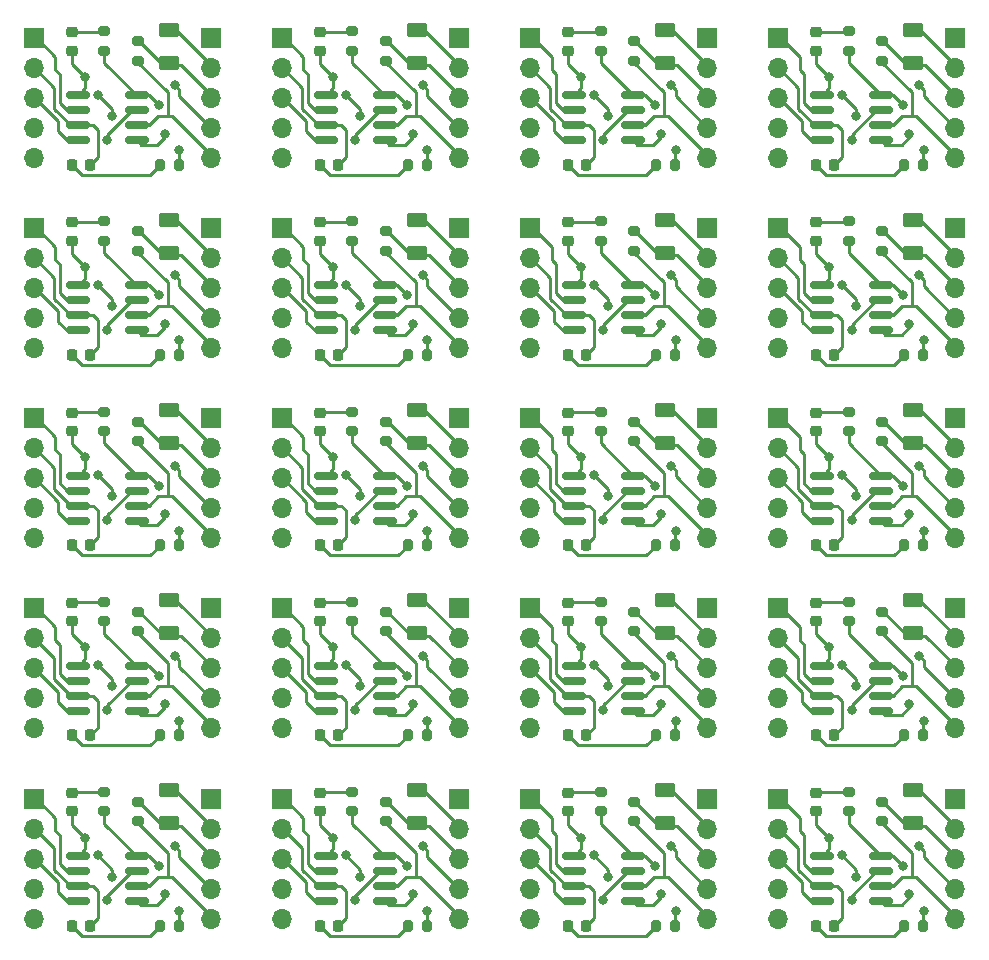
<source format=gbr>
%TF.GenerationSoftware,KiCad,Pcbnew,7.0.9*%
%TF.CreationDate,2024-07-19T15:30:44+09:00*%
%TF.ProjectId,panelize,70616e65-6c69-47a6-952e-6b696361645f,rev?*%
%TF.SameCoordinates,PX39748eaPY88a96c5*%
%TF.FileFunction,Copper,L1,Top*%
%TF.FilePolarity,Positive*%
%FSLAX46Y46*%
G04 Gerber Fmt 4.6, Leading zero omitted, Abs format (unit mm)*
G04 Created by KiCad (PCBNEW 7.0.9) date 2024-07-19 15:30:44*
%MOMM*%
%LPD*%
G01*
G04 APERTURE LIST*
G04 Aperture macros list*
%AMRoundRect*
0 Rectangle with rounded corners*
0 $1 Rounding radius*
0 $2 $3 $4 $5 $6 $7 $8 $9 X,Y pos of 4 corners*
0 Add a 4 corners polygon primitive as box body*
4,1,4,$2,$3,$4,$5,$6,$7,$8,$9,$2,$3,0*
0 Add four circle primitives for the rounded corners*
1,1,$1+$1,$2,$3*
1,1,$1+$1,$4,$5*
1,1,$1+$1,$6,$7*
1,1,$1+$1,$8,$9*
0 Add four rect primitives between the rounded corners*
20,1,$1+$1,$2,$3,$4,$5,0*
20,1,$1+$1,$4,$5,$6,$7,0*
20,1,$1+$1,$6,$7,$8,$9,0*
20,1,$1+$1,$8,$9,$2,$3,0*%
G04 Aperture macros list end*
%TA.AperFunction,SMDPad,CuDef*%
%ADD10RoundRect,0.200000X-0.275000X0.200000X-0.275000X-0.200000X0.275000X-0.200000X0.275000X0.200000X0*%
%TD*%
%TA.AperFunction,SMDPad,CuDef*%
%ADD11RoundRect,0.150000X-0.825000X-0.150000X0.825000X-0.150000X0.825000X0.150000X-0.825000X0.150000X0*%
%TD*%
%TA.AperFunction,SMDPad,CuDef*%
%ADD12RoundRect,0.200000X0.275000X-0.200000X0.275000X0.200000X-0.275000X0.200000X-0.275000X-0.200000X0*%
%TD*%
%TA.AperFunction,SMDPad,CuDef*%
%ADD13RoundRect,0.250000X0.625000X-0.375000X0.625000X0.375000X-0.625000X0.375000X-0.625000X-0.375000X0*%
%TD*%
%TA.AperFunction,SMDPad,CuDef*%
%ADD14RoundRect,0.200000X-0.200000X-0.275000X0.200000X-0.275000X0.200000X0.275000X-0.200000X0.275000X0*%
%TD*%
%TA.AperFunction,SMDPad,CuDef*%
%ADD15RoundRect,0.218750X-0.218750X-0.256250X0.218750X-0.256250X0.218750X0.256250X-0.218750X0.256250X0*%
%TD*%
%TA.AperFunction,SMDPad,CuDef*%
%ADD16RoundRect,0.218750X-0.256250X0.218750X-0.256250X-0.218750X0.256250X-0.218750X0.256250X0.218750X0*%
%TD*%
%TA.AperFunction,ComponentPad*%
%ADD17O,1.700000X1.700000*%
%TD*%
%TA.AperFunction,ComponentPad*%
%ADD18R,1.700000X1.700000*%
%TD*%
%TA.AperFunction,ViaPad*%
%ADD19C,0.800000*%
%TD*%
%TA.AperFunction,Conductor*%
%ADD20C,0.250000*%
%TD*%
G04 APERTURE END LIST*
D10*
%TO.P,R2,2*%
%TO.N,Board_3-8*%
X76303750Y81075293D03*
%TO.P,R2,1*%
%TO.N,Board_3-Net-(D2-K)*%
X76303750Y82725293D03*
%TD*%
D11*
%TO.P,U1,8,GND*%
%TO.N,Board_5-8*%
X37028750Y61205293D03*
%TO.P,U1,7,PA3*%
%TO.N,Board_5-7*%
X37028750Y59935293D03*
%TO.P,U1,6,~{RESET}/PA0*%
%TO.N,Board_5-6*%
X37028750Y58665293D03*
%TO.P,U1,5,PA2*%
%TO.N,Board_5-5*%
X37028750Y57395293D03*
%TO.P,U1,4,PA1*%
%TO.N,Board_5-4*%
X32078750Y57395293D03*
%TO.P,U1,3,PA7*%
%TO.N,Board_5-3*%
X32078750Y58665293D03*
%TO.P,U1,2,PA6*%
%TO.N,Board_5-2*%
X32078750Y59935293D03*
%TO.P,U1,1,VCC*%
%TO.N,Board_5-1*%
X32078750Y61205293D03*
%TD*%
D12*
%TO.P,470,2*%
%TO.N,Board_2-UPDI_RX*%
X58153750Y81875293D03*
%TO.P,470,1*%
%TO.N,Board_2-6*%
X58153750Y80225293D03*
%TD*%
D13*
%TO.P,D3,2,A*%
%TO.N,Board_5-UPDI_TX*%
X39753750Y66750293D03*
%TO.P,D3,1,K*%
%TO.N,Board_5-UPDI_RX*%
X39753750Y63950293D03*
%TD*%
D14*
%TO.P,R1,2*%
%TO.N,Board_7-8*%
X82628750Y55300293D03*
%TO.P,R1,1*%
%TO.N,Board_7-Net-(D1-K)*%
X80978750Y55300293D03*
%TD*%
D10*
%TO.P,R2,2*%
%TO.N,Board_11-8*%
X76303750Y48875293D03*
%TO.P,R2,1*%
%TO.N,Board_11-Net-(D2-K)*%
X76303750Y50525293D03*
%TD*%
D13*
%TO.P,D3,2,A*%
%TO.N,Board_1-UPDI_TX*%
X39753750Y82850293D03*
%TO.P,D3,1,K*%
%TO.N,Board_1-UPDI_RX*%
X39753750Y80050293D03*
%TD*%
D14*
%TO.P,R1,2*%
%TO.N,Board_12-8*%
X19628750Y23100293D03*
%TO.P,R1,1*%
%TO.N,Board_12-Net-(D1-K)*%
X17978750Y23100293D03*
%TD*%
D12*
%TO.P,470,2*%
%TO.N,Board_13-UPDI_RX*%
X37153750Y33575293D03*
%TO.P,470,1*%
%TO.N,Board_13-6*%
X37153750Y31925293D03*
%TD*%
D13*
%TO.P,D3,2,A*%
%TO.N,Board_12-UPDI_TX*%
X18753750Y34550293D03*
%TO.P,D3,1,K*%
%TO.N,Board_12-UPDI_RX*%
X18753750Y31750293D03*
%TD*%
D15*
%TO.P,LED1,2,A*%
%TO.N,Board_9-3*%
X33091250Y39200293D03*
%TO.P,LED1,1,K*%
%TO.N,Board_9-Net-(D1-K)*%
X31516250Y39200293D03*
%TD*%
D10*
%TO.P,R2,2*%
%TO.N,Board_6-8*%
X55303750Y64975293D03*
%TO.P,R2,1*%
%TO.N,Board_6-Net-(D2-K)*%
X55303750Y66625293D03*
%TD*%
D14*
%TO.P,R1,2*%
%TO.N,Board_17-8*%
X40628750Y7000293D03*
%TO.P,R1,1*%
%TO.N,Board_17-Net-(D1-K)*%
X38978750Y7000293D03*
%TD*%
D12*
%TO.P,470,2*%
%TO.N,Board_18-UPDI_RX*%
X58153750Y17475293D03*
%TO.P,470,1*%
%TO.N,Board_18-6*%
X58153750Y15825293D03*
%TD*%
D11*
%TO.P,U1,8,GND*%
%TO.N,Board_9-8*%
X37028750Y45105293D03*
%TO.P,U1,7,PA3*%
%TO.N,Board_9-7*%
X37028750Y43835293D03*
%TO.P,U1,6,~{RESET}/PA0*%
%TO.N,Board_9-6*%
X37028750Y42565293D03*
%TO.P,U1,5,PA2*%
%TO.N,Board_9-5*%
X37028750Y41295293D03*
%TO.P,U1,4,PA1*%
%TO.N,Board_9-4*%
X32078750Y41295293D03*
%TO.P,U1,3,PA7*%
%TO.N,Board_9-3*%
X32078750Y42565293D03*
%TO.P,U1,2,PA6*%
%TO.N,Board_9-2*%
X32078750Y43835293D03*
%TO.P,U1,1,VCC*%
%TO.N,Board_9-1*%
X32078750Y45105293D03*
%TD*%
D16*
%TO.P,LED2,2,A*%
%TO.N,Board_15-1*%
X73553750Y32762793D03*
%TO.P,LED2,1,K*%
%TO.N,Board_15-Net-(D2-K)*%
X73553750Y34337793D03*
%TD*%
D14*
%TO.P,R1,2*%
%TO.N,Board_0-8*%
X19628750Y71400293D03*
%TO.P,R1,1*%
%TO.N,Board_0-Net-(D1-K)*%
X17978750Y71400293D03*
%TD*%
D10*
%TO.P,R2,2*%
%TO.N,Board_13-8*%
X34303750Y32775293D03*
%TO.P,R2,1*%
%TO.N,Board_13-Net-(D2-K)*%
X34303750Y34425293D03*
%TD*%
D15*
%TO.P,LED1,2,A*%
%TO.N,Board_7-3*%
X75091250Y55300293D03*
%TO.P,LED1,1,K*%
%TO.N,Board_7-Net-(D1-K)*%
X73516250Y55300293D03*
%TD*%
D11*
%TO.P,U1,8,GND*%
%TO.N,Board_18-8*%
X58028750Y12905293D03*
%TO.P,U1,7,PA3*%
%TO.N,Board_18-7*%
X58028750Y11635293D03*
%TO.P,U1,6,~{RESET}/PA0*%
%TO.N,Board_18-6*%
X58028750Y10365293D03*
%TO.P,U1,5,PA2*%
%TO.N,Board_18-5*%
X58028750Y9095293D03*
%TO.P,U1,4,PA1*%
%TO.N,Board_18-4*%
X53078750Y9095293D03*
%TO.P,U1,3,PA7*%
%TO.N,Board_18-3*%
X53078750Y10365293D03*
%TO.P,U1,2,PA6*%
%TO.N,Board_18-2*%
X53078750Y11635293D03*
%TO.P,U1,1,VCC*%
%TO.N,Board_18-1*%
X53078750Y12905293D03*
%TD*%
%TO.P,U1,8,GND*%
%TO.N,Board_11-8*%
X79028750Y45105293D03*
%TO.P,U1,7,PA3*%
%TO.N,Board_11-7*%
X79028750Y43835293D03*
%TO.P,U1,6,~{RESET}/PA0*%
%TO.N,Board_11-6*%
X79028750Y42565293D03*
%TO.P,U1,5,PA2*%
%TO.N,Board_11-5*%
X79028750Y41295293D03*
%TO.P,U1,4,PA1*%
%TO.N,Board_11-4*%
X74078750Y41295293D03*
%TO.P,U1,3,PA7*%
%TO.N,Board_11-3*%
X74078750Y42565293D03*
%TO.P,U1,2,PA6*%
%TO.N,Board_11-2*%
X74078750Y43835293D03*
%TO.P,U1,1,VCC*%
%TO.N,Board_11-1*%
X74078750Y45105293D03*
%TD*%
D15*
%TO.P,LED1,2,A*%
%TO.N,Board_14-3*%
X54091250Y23100293D03*
%TO.P,LED1,1,K*%
%TO.N,Board_14-Net-(D1-K)*%
X52516250Y23100293D03*
%TD*%
D13*
%TO.P,D3,2,A*%
%TO.N,Board_2-UPDI_TX*%
X60753750Y82850293D03*
%TO.P,D3,1,K*%
%TO.N,Board_2-UPDI_RX*%
X60753750Y80050293D03*
%TD*%
%TO.P,D3,2,A*%
%TO.N,Board_14-UPDI_TX*%
X60753750Y34550293D03*
%TO.P,D3,1,K*%
%TO.N,Board_14-UPDI_RX*%
X60753750Y31750293D03*
%TD*%
D16*
%TO.P,LED2,2,A*%
%TO.N,Board_4-1*%
X10553750Y64962793D03*
%TO.P,LED2,1,K*%
%TO.N,Board_4-Net-(D2-K)*%
X10553750Y66537793D03*
%TD*%
%TO.P,LED2,2,A*%
%TO.N,Board_8-1*%
X10553750Y48862793D03*
%TO.P,LED2,1,K*%
%TO.N,Board_8-Net-(D2-K)*%
X10553750Y50437793D03*
%TD*%
D13*
%TO.P,D3,2,A*%
%TO.N,Board_16-UPDI_TX*%
X18753750Y18450293D03*
%TO.P,D3,1,K*%
%TO.N,Board_16-UPDI_RX*%
X18753750Y15650293D03*
%TD*%
D11*
%TO.P,U1,8,GND*%
%TO.N,Board_16-8*%
X16028750Y12905293D03*
%TO.P,U1,7,PA3*%
%TO.N,Board_16-7*%
X16028750Y11635293D03*
%TO.P,U1,6,~{RESET}/PA0*%
%TO.N,Board_16-6*%
X16028750Y10365293D03*
%TO.P,U1,5,PA2*%
%TO.N,Board_16-5*%
X16028750Y9095293D03*
%TO.P,U1,4,PA1*%
%TO.N,Board_16-4*%
X11078750Y9095293D03*
%TO.P,U1,3,PA7*%
%TO.N,Board_16-3*%
X11078750Y10365293D03*
%TO.P,U1,2,PA6*%
%TO.N,Board_16-2*%
X11078750Y11635293D03*
%TO.P,U1,1,VCC*%
%TO.N,Board_16-1*%
X11078750Y12905293D03*
%TD*%
D12*
%TO.P,470,2*%
%TO.N,Board_1-UPDI_RX*%
X37153750Y81875293D03*
%TO.P,470,1*%
%TO.N,Board_1-6*%
X37153750Y80225293D03*
%TD*%
%TO.P,470,2*%
%TO.N,Board_16-UPDI_RX*%
X16153750Y17475293D03*
%TO.P,470,1*%
%TO.N,Board_16-6*%
X16153750Y15825293D03*
%TD*%
D15*
%TO.P,LED1,2,A*%
%TO.N,Board_15-3*%
X75091250Y23100293D03*
%TO.P,LED1,1,K*%
%TO.N,Board_15-Net-(D1-K)*%
X73516250Y23100293D03*
%TD*%
D16*
%TO.P,LED2,2,A*%
%TO.N,Board_0-1*%
X10553750Y81062793D03*
%TO.P,LED2,1,K*%
%TO.N,Board_0-Net-(D2-K)*%
X10553750Y82637793D03*
%TD*%
D14*
%TO.P,R1,2*%
%TO.N,Board_15-8*%
X82628750Y23100293D03*
%TO.P,R1,1*%
%TO.N,Board_15-Net-(D1-K)*%
X80978750Y23100293D03*
%TD*%
D12*
%TO.P,470,2*%
%TO.N,Board_7-UPDI_RX*%
X79153750Y65775293D03*
%TO.P,470,1*%
%TO.N,Board_7-6*%
X79153750Y64125293D03*
%TD*%
D16*
%TO.P,LED2,2,A*%
%TO.N,Board_1-1*%
X31553750Y81062793D03*
%TO.P,LED2,1,K*%
%TO.N,Board_1-Net-(D2-K)*%
X31553750Y82637793D03*
%TD*%
D10*
%TO.P,R2,2*%
%TO.N,Board_18-8*%
X55303750Y16675293D03*
%TO.P,R2,1*%
%TO.N,Board_18-Net-(D2-K)*%
X55303750Y18325293D03*
%TD*%
D14*
%TO.P,R1,2*%
%TO.N,Board_9-8*%
X40628750Y39200293D03*
%TO.P,R1,1*%
%TO.N,Board_9-Net-(D1-K)*%
X38978750Y39200293D03*
%TD*%
D10*
%TO.P,R2,2*%
%TO.N,Board_10-8*%
X55303750Y48875293D03*
%TO.P,R2,1*%
%TO.N,Board_10-Net-(D2-K)*%
X55303750Y50525293D03*
%TD*%
%TO.P,R2,2*%
%TO.N,Board_15-8*%
X76303750Y32775293D03*
%TO.P,R2,1*%
%TO.N,Board_15-Net-(D2-K)*%
X76303750Y34425293D03*
%TD*%
%TO.P,R2,2*%
%TO.N,Board_17-8*%
X34303750Y16675293D03*
%TO.P,R2,1*%
%TO.N,Board_17-Net-(D2-K)*%
X34303750Y18325293D03*
%TD*%
D15*
%TO.P,LED1,2,A*%
%TO.N,Board_1-3*%
X33091250Y71400293D03*
%TO.P,LED1,1,K*%
%TO.N,Board_1-Net-(D1-K)*%
X31516250Y71400293D03*
%TD*%
D11*
%TO.P,U1,8,GND*%
%TO.N,Board_2-8*%
X58028750Y77305293D03*
%TO.P,U1,7,PA3*%
%TO.N,Board_2-7*%
X58028750Y76035293D03*
%TO.P,U1,6,~{RESET}/PA0*%
%TO.N,Board_2-6*%
X58028750Y74765293D03*
%TO.P,U1,5,PA2*%
%TO.N,Board_2-5*%
X58028750Y73495293D03*
%TO.P,U1,4,PA1*%
%TO.N,Board_2-4*%
X53078750Y73495293D03*
%TO.P,U1,3,PA7*%
%TO.N,Board_2-3*%
X53078750Y74765293D03*
%TO.P,U1,2,PA6*%
%TO.N,Board_2-2*%
X53078750Y76035293D03*
%TO.P,U1,1,VCC*%
%TO.N,Board_2-1*%
X53078750Y77305293D03*
%TD*%
D13*
%TO.P,D3,2,A*%
%TO.N,Board_3-UPDI_TX*%
X81753750Y82850293D03*
%TO.P,D3,1,K*%
%TO.N,Board_3-UPDI_RX*%
X81753750Y80050293D03*
%TD*%
D10*
%TO.P,R2,2*%
%TO.N,Board_14-8*%
X55303750Y32775293D03*
%TO.P,R2,1*%
%TO.N,Board_14-Net-(D2-K)*%
X55303750Y34425293D03*
%TD*%
D15*
%TO.P,LED1,2,A*%
%TO.N,Board_10-3*%
X54091250Y39200293D03*
%TO.P,LED1,1,K*%
%TO.N,Board_10-Net-(D1-K)*%
X52516250Y39200293D03*
%TD*%
D16*
%TO.P,LED2,2,A*%
%TO.N,Board_17-1*%
X31553750Y16662793D03*
%TO.P,LED2,1,K*%
%TO.N,Board_17-Net-(D2-K)*%
X31553750Y18237793D03*
%TD*%
D13*
%TO.P,D3,2,A*%
%TO.N,Board_6-UPDI_TX*%
X60753750Y66750293D03*
%TO.P,D3,1,K*%
%TO.N,Board_6-UPDI_RX*%
X60753750Y63950293D03*
%TD*%
D11*
%TO.P,U1,8,GND*%
%TO.N,Board_12-8*%
X16028750Y29005293D03*
%TO.P,U1,7,PA3*%
%TO.N,Board_12-7*%
X16028750Y27735293D03*
%TO.P,U1,6,~{RESET}/PA0*%
%TO.N,Board_12-6*%
X16028750Y26465293D03*
%TO.P,U1,5,PA2*%
%TO.N,Board_12-5*%
X16028750Y25195293D03*
%TO.P,U1,4,PA1*%
%TO.N,Board_12-4*%
X11078750Y25195293D03*
%TO.P,U1,3,PA7*%
%TO.N,Board_12-3*%
X11078750Y26465293D03*
%TO.P,U1,2,PA6*%
%TO.N,Board_12-2*%
X11078750Y27735293D03*
%TO.P,U1,1,VCC*%
%TO.N,Board_12-1*%
X11078750Y29005293D03*
%TD*%
D14*
%TO.P,R1,2*%
%TO.N,Board_5-8*%
X40628750Y55300293D03*
%TO.P,R1,1*%
%TO.N,Board_5-Net-(D1-K)*%
X38978750Y55300293D03*
%TD*%
D13*
%TO.P,D3,2,A*%
%TO.N,Board_8-UPDI_TX*%
X18753750Y50650293D03*
%TO.P,D3,1,K*%
%TO.N,Board_8-UPDI_RX*%
X18753750Y47850293D03*
%TD*%
D14*
%TO.P,R1,2*%
%TO.N,Board_1-8*%
X40628750Y71400293D03*
%TO.P,R1,1*%
%TO.N,Board_1-Net-(D1-K)*%
X38978750Y71400293D03*
%TD*%
D16*
%TO.P,LED2,2,A*%
%TO.N,Board_10-1*%
X52553750Y48862793D03*
%TO.P,LED2,1,K*%
%TO.N,Board_10-Net-(D2-K)*%
X52553750Y50437793D03*
%TD*%
%TO.P,LED2,2,A*%
%TO.N,Board_11-1*%
X73553750Y48862793D03*
%TO.P,LED2,1,K*%
%TO.N,Board_11-Net-(D2-K)*%
X73553750Y50437793D03*
%TD*%
D11*
%TO.P,U1,8,GND*%
%TO.N,Board_0-8*%
X16028750Y77305293D03*
%TO.P,U1,7,PA3*%
%TO.N,Board_0-7*%
X16028750Y76035293D03*
%TO.P,U1,6,~{RESET}/PA0*%
%TO.N,Board_0-6*%
X16028750Y74765293D03*
%TO.P,U1,5,PA2*%
%TO.N,Board_0-5*%
X16028750Y73495293D03*
%TO.P,U1,4,PA1*%
%TO.N,Board_0-4*%
X11078750Y73495293D03*
%TO.P,U1,3,PA7*%
%TO.N,Board_0-3*%
X11078750Y74765293D03*
%TO.P,U1,2,PA6*%
%TO.N,Board_0-2*%
X11078750Y76035293D03*
%TO.P,U1,1,VCC*%
%TO.N,Board_0-1*%
X11078750Y77305293D03*
%TD*%
D15*
%TO.P,LED1,2,A*%
%TO.N,Board_0-3*%
X12091250Y71400293D03*
%TO.P,LED1,1,K*%
%TO.N,Board_0-Net-(D1-K)*%
X10516250Y71400293D03*
%TD*%
D12*
%TO.P,470,2*%
%TO.N,Board_14-UPDI_RX*%
X58153750Y33575293D03*
%TO.P,470,1*%
%TO.N,Board_14-6*%
X58153750Y31925293D03*
%TD*%
D11*
%TO.P,U1,8,GND*%
%TO.N,Board_8-8*%
X16028750Y45105293D03*
%TO.P,U1,7,PA3*%
%TO.N,Board_8-7*%
X16028750Y43835293D03*
%TO.P,U1,6,~{RESET}/PA0*%
%TO.N,Board_8-6*%
X16028750Y42565293D03*
%TO.P,U1,5,PA2*%
%TO.N,Board_8-5*%
X16028750Y41295293D03*
%TO.P,U1,4,PA1*%
%TO.N,Board_8-4*%
X11078750Y41295293D03*
%TO.P,U1,3,PA7*%
%TO.N,Board_8-3*%
X11078750Y42565293D03*
%TO.P,U1,2,PA6*%
%TO.N,Board_8-2*%
X11078750Y43835293D03*
%TO.P,U1,1,VCC*%
%TO.N,Board_8-1*%
X11078750Y45105293D03*
%TD*%
D10*
%TO.P,R2,2*%
%TO.N,Board_2-8*%
X55303750Y81075293D03*
%TO.P,R2,1*%
%TO.N,Board_2-Net-(D2-K)*%
X55303750Y82725293D03*
%TD*%
D13*
%TO.P,D3,2,A*%
%TO.N,Board_19-UPDI_TX*%
X81753750Y18450293D03*
%TO.P,D3,1,K*%
%TO.N,Board_19-UPDI_RX*%
X81753750Y15650293D03*
%TD*%
D10*
%TO.P,R2,2*%
%TO.N,Board_7-8*%
X76303750Y64975293D03*
%TO.P,R2,1*%
%TO.N,Board_7-Net-(D2-K)*%
X76303750Y66625293D03*
%TD*%
D14*
%TO.P,R1,2*%
%TO.N,Board_18-8*%
X61628750Y7000293D03*
%TO.P,R1,1*%
%TO.N,Board_18-Net-(D1-K)*%
X59978750Y7000293D03*
%TD*%
D15*
%TO.P,LED1,2,A*%
%TO.N,Board_13-3*%
X33091250Y23100293D03*
%TO.P,LED1,1,K*%
%TO.N,Board_13-Net-(D1-K)*%
X31516250Y23100293D03*
%TD*%
D11*
%TO.P,U1,8,GND*%
%TO.N,Board_19-8*%
X79028750Y12905293D03*
%TO.P,U1,7,PA3*%
%TO.N,Board_19-7*%
X79028750Y11635293D03*
%TO.P,U1,6,~{RESET}/PA0*%
%TO.N,Board_19-6*%
X79028750Y10365293D03*
%TO.P,U1,5,PA2*%
%TO.N,Board_19-5*%
X79028750Y9095293D03*
%TO.P,U1,4,PA1*%
%TO.N,Board_19-4*%
X74078750Y9095293D03*
%TO.P,U1,3,PA7*%
%TO.N,Board_19-3*%
X74078750Y10365293D03*
%TO.P,U1,2,PA6*%
%TO.N,Board_19-2*%
X74078750Y11635293D03*
%TO.P,U1,1,VCC*%
%TO.N,Board_19-1*%
X74078750Y12905293D03*
%TD*%
D16*
%TO.P,LED2,2,A*%
%TO.N,Board_7-1*%
X73553750Y64962793D03*
%TO.P,LED2,1,K*%
%TO.N,Board_7-Net-(D2-K)*%
X73553750Y66537793D03*
%TD*%
%TO.P,LED2,2,A*%
%TO.N,Board_12-1*%
X10553750Y32762793D03*
%TO.P,LED2,1,K*%
%TO.N,Board_12-Net-(D2-K)*%
X10553750Y34337793D03*
%TD*%
D15*
%TO.P,LED1,2,A*%
%TO.N,Board_5-3*%
X33091250Y55300293D03*
%TO.P,LED1,1,K*%
%TO.N,Board_5-Net-(D1-K)*%
X31516250Y55300293D03*
%TD*%
D13*
%TO.P,D3,2,A*%
%TO.N,Board_17-UPDI_TX*%
X39753750Y18450293D03*
%TO.P,D3,1,K*%
%TO.N,Board_17-UPDI_RX*%
X39753750Y15650293D03*
%TD*%
D16*
%TO.P,LED2,2,A*%
%TO.N,Board_16-1*%
X10553750Y16662793D03*
%TO.P,LED2,1,K*%
%TO.N,Board_16-Net-(D2-K)*%
X10553750Y18237793D03*
%TD*%
D14*
%TO.P,R1,2*%
%TO.N,Board_6-8*%
X61628750Y55300293D03*
%TO.P,R1,1*%
%TO.N,Board_6-Net-(D1-K)*%
X59978750Y55300293D03*
%TD*%
D13*
%TO.P,D3,2,A*%
%TO.N,Board_13-UPDI_TX*%
X39753750Y34550293D03*
%TO.P,D3,1,K*%
%TO.N,Board_13-UPDI_RX*%
X39753750Y31750293D03*
%TD*%
D12*
%TO.P,470,2*%
%TO.N,Board_9-UPDI_RX*%
X37153750Y49675293D03*
%TO.P,470,1*%
%TO.N,Board_9-6*%
X37153750Y48025293D03*
%TD*%
D14*
%TO.P,R1,2*%
%TO.N,Board_10-8*%
X61628750Y39200293D03*
%TO.P,R1,1*%
%TO.N,Board_10-Net-(D1-K)*%
X59978750Y39200293D03*
%TD*%
D12*
%TO.P,470,2*%
%TO.N,Board_4-UPDI_RX*%
X16153750Y65775293D03*
%TO.P,470,1*%
%TO.N,Board_4-6*%
X16153750Y64125293D03*
%TD*%
D13*
%TO.P,D3,2,A*%
%TO.N,Board_15-UPDI_TX*%
X81753750Y34550293D03*
%TO.P,D3,1,K*%
%TO.N,Board_15-UPDI_RX*%
X81753750Y31750293D03*
%TD*%
D16*
%TO.P,LED2,2,A*%
%TO.N,Board_18-1*%
X52553750Y16662793D03*
%TO.P,LED2,1,K*%
%TO.N,Board_18-Net-(D2-K)*%
X52553750Y18237793D03*
%TD*%
D10*
%TO.P,R2,2*%
%TO.N,Board_8-8*%
X13303750Y48875293D03*
%TO.P,R2,1*%
%TO.N,Board_8-Net-(D2-K)*%
X13303750Y50525293D03*
%TD*%
D14*
%TO.P,R1,2*%
%TO.N,Board_11-8*%
X82628750Y39200293D03*
%TO.P,R1,1*%
%TO.N,Board_11-Net-(D1-K)*%
X80978750Y39200293D03*
%TD*%
D11*
%TO.P,U1,8,GND*%
%TO.N,Board_7-8*%
X79028750Y61205293D03*
%TO.P,U1,7,PA3*%
%TO.N,Board_7-7*%
X79028750Y59935293D03*
%TO.P,U1,6,~{RESET}/PA0*%
%TO.N,Board_7-6*%
X79028750Y58665293D03*
%TO.P,U1,5,PA2*%
%TO.N,Board_7-5*%
X79028750Y57395293D03*
%TO.P,U1,4,PA1*%
%TO.N,Board_7-4*%
X74078750Y57395293D03*
%TO.P,U1,3,PA7*%
%TO.N,Board_7-3*%
X74078750Y58665293D03*
%TO.P,U1,2,PA6*%
%TO.N,Board_7-2*%
X74078750Y59935293D03*
%TO.P,U1,1,VCC*%
%TO.N,Board_7-1*%
X74078750Y61205293D03*
%TD*%
D12*
%TO.P,470,2*%
%TO.N,Board_19-UPDI_RX*%
X79153750Y17475293D03*
%TO.P,470,1*%
%TO.N,Board_19-6*%
X79153750Y15825293D03*
%TD*%
D13*
%TO.P,D3,2,A*%
%TO.N,Board_18-UPDI_TX*%
X60753750Y18450293D03*
%TO.P,D3,1,K*%
%TO.N,Board_18-UPDI_RX*%
X60753750Y15650293D03*
%TD*%
D11*
%TO.P,U1,8,GND*%
%TO.N,Board_14-8*%
X58028750Y29005293D03*
%TO.P,U1,7,PA3*%
%TO.N,Board_14-7*%
X58028750Y27735293D03*
%TO.P,U1,6,~{RESET}/PA0*%
%TO.N,Board_14-6*%
X58028750Y26465293D03*
%TO.P,U1,5,PA2*%
%TO.N,Board_14-5*%
X58028750Y25195293D03*
%TO.P,U1,4,PA1*%
%TO.N,Board_14-4*%
X53078750Y25195293D03*
%TO.P,U1,3,PA7*%
%TO.N,Board_14-3*%
X53078750Y26465293D03*
%TO.P,U1,2,PA6*%
%TO.N,Board_14-2*%
X53078750Y27735293D03*
%TO.P,U1,1,VCC*%
%TO.N,Board_14-1*%
X53078750Y29005293D03*
%TD*%
D16*
%TO.P,LED2,2,A*%
%TO.N,Board_13-1*%
X31553750Y32762793D03*
%TO.P,LED2,1,K*%
%TO.N,Board_13-Net-(D2-K)*%
X31553750Y34337793D03*
%TD*%
D14*
%TO.P,R1,2*%
%TO.N,Board_3-8*%
X82628750Y71400293D03*
%TO.P,R1,1*%
%TO.N,Board_3-Net-(D1-K)*%
X80978750Y71400293D03*
%TD*%
D15*
%TO.P,LED1,2,A*%
%TO.N,Board_3-3*%
X75091250Y71400293D03*
%TO.P,LED1,1,K*%
%TO.N,Board_3-Net-(D1-K)*%
X73516250Y71400293D03*
%TD*%
D11*
%TO.P,U1,8,GND*%
%TO.N,Board_4-8*%
X16028750Y61205293D03*
%TO.P,U1,7,PA3*%
%TO.N,Board_4-7*%
X16028750Y59935293D03*
%TO.P,U1,6,~{RESET}/PA0*%
%TO.N,Board_4-6*%
X16028750Y58665293D03*
%TO.P,U1,5,PA2*%
%TO.N,Board_4-5*%
X16028750Y57395293D03*
%TO.P,U1,4,PA1*%
%TO.N,Board_4-4*%
X11078750Y57395293D03*
%TO.P,U1,3,PA7*%
%TO.N,Board_4-3*%
X11078750Y58665293D03*
%TO.P,U1,2,PA6*%
%TO.N,Board_4-2*%
X11078750Y59935293D03*
%TO.P,U1,1,VCC*%
%TO.N,Board_4-1*%
X11078750Y61205293D03*
%TD*%
%TO.P,U1,8,GND*%
%TO.N,Board_1-8*%
X37028750Y77305293D03*
%TO.P,U1,7,PA3*%
%TO.N,Board_1-7*%
X37028750Y76035293D03*
%TO.P,U1,6,~{RESET}/PA0*%
%TO.N,Board_1-6*%
X37028750Y74765293D03*
%TO.P,U1,5,PA2*%
%TO.N,Board_1-5*%
X37028750Y73495293D03*
%TO.P,U1,4,PA1*%
%TO.N,Board_1-4*%
X32078750Y73495293D03*
%TO.P,U1,3,PA7*%
%TO.N,Board_1-3*%
X32078750Y74765293D03*
%TO.P,U1,2,PA6*%
%TO.N,Board_1-2*%
X32078750Y76035293D03*
%TO.P,U1,1,VCC*%
%TO.N,Board_1-1*%
X32078750Y77305293D03*
%TD*%
D10*
%TO.P,R2,2*%
%TO.N,Board_0-8*%
X13303750Y81075293D03*
%TO.P,R2,1*%
%TO.N,Board_0-Net-(D2-K)*%
X13303750Y82725293D03*
%TD*%
D11*
%TO.P,U1,8,GND*%
%TO.N,Board_3-8*%
X79028750Y77305293D03*
%TO.P,U1,7,PA3*%
%TO.N,Board_3-7*%
X79028750Y76035293D03*
%TO.P,U1,6,~{RESET}/PA0*%
%TO.N,Board_3-6*%
X79028750Y74765293D03*
%TO.P,U1,5,PA2*%
%TO.N,Board_3-5*%
X79028750Y73495293D03*
%TO.P,U1,4,PA1*%
%TO.N,Board_3-4*%
X74078750Y73495293D03*
%TO.P,U1,3,PA7*%
%TO.N,Board_3-3*%
X74078750Y74765293D03*
%TO.P,U1,2,PA6*%
%TO.N,Board_3-2*%
X74078750Y76035293D03*
%TO.P,U1,1,VCC*%
%TO.N,Board_3-1*%
X74078750Y77305293D03*
%TD*%
D13*
%TO.P,D3,2,A*%
%TO.N,Board_9-UPDI_TX*%
X39753750Y50650293D03*
%TO.P,D3,1,K*%
%TO.N,Board_9-UPDI_RX*%
X39753750Y47850293D03*
%TD*%
%TO.P,D3,2,A*%
%TO.N,Board_0-UPDI_TX*%
X18753750Y82850293D03*
%TO.P,D3,1,K*%
%TO.N,Board_0-UPDI_RX*%
X18753750Y80050293D03*
%TD*%
D16*
%TO.P,LED2,2,A*%
%TO.N,Board_3-1*%
X73553750Y81062793D03*
%TO.P,LED2,1,K*%
%TO.N,Board_3-Net-(D2-K)*%
X73553750Y82637793D03*
%TD*%
D11*
%TO.P,U1,8,GND*%
%TO.N,Board_6-8*%
X58028750Y61205293D03*
%TO.P,U1,7,PA3*%
%TO.N,Board_6-7*%
X58028750Y59935293D03*
%TO.P,U1,6,~{RESET}/PA0*%
%TO.N,Board_6-6*%
X58028750Y58665293D03*
%TO.P,U1,5,PA2*%
%TO.N,Board_6-5*%
X58028750Y57395293D03*
%TO.P,U1,4,PA1*%
%TO.N,Board_6-4*%
X53078750Y57395293D03*
%TO.P,U1,3,PA7*%
%TO.N,Board_6-3*%
X53078750Y58665293D03*
%TO.P,U1,2,PA6*%
%TO.N,Board_6-2*%
X53078750Y59935293D03*
%TO.P,U1,1,VCC*%
%TO.N,Board_6-1*%
X53078750Y61205293D03*
%TD*%
D12*
%TO.P,470,2*%
%TO.N,Board_12-UPDI_RX*%
X16153750Y33575293D03*
%TO.P,470,1*%
%TO.N,Board_12-6*%
X16153750Y31925293D03*
%TD*%
D10*
%TO.P,R2,2*%
%TO.N,Board_16-8*%
X13303750Y16675293D03*
%TO.P,R2,1*%
%TO.N,Board_16-Net-(D2-K)*%
X13303750Y18325293D03*
%TD*%
%TO.P,R2,2*%
%TO.N,Board_5-8*%
X34303750Y64975293D03*
%TO.P,R2,1*%
%TO.N,Board_5-Net-(D2-K)*%
X34303750Y66625293D03*
%TD*%
%TO.P,R2,2*%
%TO.N,Board_1-8*%
X34303750Y81075293D03*
%TO.P,R2,1*%
%TO.N,Board_1-Net-(D2-K)*%
X34303750Y82725293D03*
%TD*%
D11*
%TO.P,U1,8,GND*%
%TO.N,Board_15-8*%
X79028750Y29005293D03*
%TO.P,U1,7,PA3*%
%TO.N,Board_15-7*%
X79028750Y27735293D03*
%TO.P,U1,6,~{RESET}/PA0*%
%TO.N,Board_15-6*%
X79028750Y26465293D03*
%TO.P,U1,5,PA2*%
%TO.N,Board_15-5*%
X79028750Y25195293D03*
%TO.P,U1,4,PA1*%
%TO.N,Board_15-4*%
X74078750Y25195293D03*
%TO.P,U1,3,PA7*%
%TO.N,Board_15-3*%
X74078750Y26465293D03*
%TO.P,U1,2,PA6*%
%TO.N,Board_15-2*%
X74078750Y27735293D03*
%TO.P,U1,1,VCC*%
%TO.N,Board_15-1*%
X74078750Y29005293D03*
%TD*%
D16*
%TO.P,LED2,2,A*%
%TO.N,Board_9-1*%
X31553750Y48862793D03*
%TO.P,LED2,1,K*%
%TO.N,Board_9-Net-(D2-K)*%
X31553750Y50437793D03*
%TD*%
D14*
%TO.P,R1,2*%
%TO.N,Board_4-8*%
X19628750Y55300293D03*
%TO.P,R1,1*%
%TO.N,Board_4-Net-(D1-K)*%
X17978750Y55300293D03*
%TD*%
D11*
%TO.P,U1,8,GND*%
%TO.N,Board_17-8*%
X37028750Y12905293D03*
%TO.P,U1,7,PA3*%
%TO.N,Board_17-7*%
X37028750Y11635293D03*
%TO.P,U1,6,~{RESET}/PA0*%
%TO.N,Board_17-6*%
X37028750Y10365293D03*
%TO.P,U1,5,PA2*%
%TO.N,Board_17-5*%
X37028750Y9095293D03*
%TO.P,U1,4,PA1*%
%TO.N,Board_17-4*%
X32078750Y9095293D03*
%TO.P,U1,3,PA7*%
%TO.N,Board_17-3*%
X32078750Y10365293D03*
%TO.P,U1,2,PA6*%
%TO.N,Board_17-2*%
X32078750Y11635293D03*
%TO.P,U1,1,VCC*%
%TO.N,Board_17-1*%
X32078750Y12905293D03*
%TD*%
D12*
%TO.P,470,2*%
%TO.N,Board_5-UPDI_RX*%
X37153750Y65775293D03*
%TO.P,470,1*%
%TO.N,Board_5-6*%
X37153750Y64125293D03*
%TD*%
D15*
%TO.P,LED1,2,A*%
%TO.N,Board_17-3*%
X33091250Y7000293D03*
%TO.P,LED1,1,K*%
%TO.N,Board_17-Net-(D1-K)*%
X31516250Y7000293D03*
%TD*%
D12*
%TO.P,470,2*%
%TO.N,Board_3-UPDI_RX*%
X79153750Y81875293D03*
%TO.P,470,1*%
%TO.N,Board_3-6*%
X79153750Y80225293D03*
%TD*%
D10*
%TO.P,R2,2*%
%TO.N,Board_9-8*%
X34303750Y48875293D03*
%TO.P,R2,1*%
%TO.N,Board_9-Net-(D2-K)*%
X34303750Y50525293D03*
%TD*%
D12*
%TO.P,470,2*%
%TO.N,Board_17-UPDI_RX*%
X37153750Y17475293D03*
%TO.P,470,1*%
%TO.N,Board_17-6*%
X37153750Y15825293D03*
%TD*%
%TO.P,470,2*%
%TO.N,Board_11-UPDI_RX*%
X79153750Y49675293D03*
%TO.P,470,1*%
%TO.N,Board_11-6*%
X79153750Y48025293D03*
%TD*%
D16*
%TO.P,LED2,2,A*%
%TO.N,Board_14-1*%
X52553750Y32762793D03*
%TO.P,LED2,1,K*%
%TO.N,Board_14-Net-(D2-K)*%
X52553750Y34337793D03*
%TD*%
D10*
%TO.P,R2,2*%
%TO.N,Board_12-8*%
X13303750Y32775293D03*
%TO.P,R2,1*%
%TO.N,Board_12-Net-(D2-K)*%
X13303750Y34425293D03*
%TD*%
D15*
%TO.P,LED1,2,A*%
%TO.N,Board_19-3*%
X75091250Y7000293D03*
%TO.P,LED1,1,K*%
%TO.N,Board_19-Net-(D1-K)*%
X73516250Y7000293D03*
%TD*%
D12*
%TO.P,470,2*%
%TO.N,Board_15-UPDI_RX*%
X79153750Y33575293D03*
%TO.P,470,1*%
%TO.N,Board_15-6*%
X79153750Y31925293D03*
%TD*%
D15*
%TO.P,LED1,2,A*%
%TO.N,Board_8-3*%
X12091250Y39200293D03*
%TO.P,LED1,1,K*%
%TO.N,Board_8-Net-(D1-K)*%
X10516250Y39200293D03*
%TD*%
%TO.P,LED1,2,A*%
%TO.N,Board_11-3*%
X75091250Y39200293D03*
%TO.P,LED1,1,K*%
%TO.N,Board_11-Net-(D1-K)*%
X73516250Y39200293D03*
%TD*%
D14*
%TO.P,R1,2*%
%TO.N,Board_2-8*%
X61628750Y71400293D03*
%TO.P,R1,1*%
%TO.N,Board_2-Net-(D1-K)*%
X59978750Y71400293D03*
%TD*%
D13*
%TO.P,D3,2,A*%
%TO.N,Board_10-UPDI_TX*%
X60753750Y50650293D03*
%TO.P,D3,1,K*%
%TO.N,Board_10-UPDI_RX*%
X60753750Y47850293D03*
%TD*%
D15*
%TO.P,LED1,2,A*%
%TO.N,Board_18-3*%
X54091250Y7000293D03*
%TO.P,LED1,1,K*%
%TO.N,Board_18-Net-(D1-K)*%
X52516250Y7000293D03*
%TD*%
D14*
%TO.P,R1,2*%
%TO.N,Board_8-8*%
X19628750Y39200293D03*
%TO.P,R1,1*%
%TO.N,Board_8-Net-(D1-K)*%
X17978750Y39200293D03*
%TD*%
D11*
%TO.P,U1,8,GND*%
%TO.N,Board_13-8*%
X37028750Y29005293D03*
%TO.P,U1,7,PA3*%
%TO.N,Board_13-7*%
X37028750Y27735293D03*
%TO.P,U1,6,~{RESET}/PA0*%
%TO.N,Board_13-6*%
X37028750Y26465293D03*
%TO.P,U1,5,PA2*%
%TO.N,Board_13-5*%
X37028750Y25195293D03*
%TO.P,U1,4,PA1*%
%TO.N,Board_13-4*%
X32078750Y25195293D03*
%TO.P,U1,3,PA7*%
%TO.N,Board_13-3*%
X32078750Y26465293D03*
%TO.P,U1,2,PA6*%
%TO.N,Board_13-2*%
X32078750Y27735293D03*
%TO.P,U1,1,VCC*%
%TO.N,Board_13-1*%
X32078750Y29005293D03*
%TD*%
D12*
%TO.P,470,2*%
%TO.N,Board_6-UPDI_RX*%
X58153750Y65775293D03*
%TO.P,470,1*%
%TO.N,Board_6-6*%
X58153750Y64125293D03*
%TD*%
D13*
%TO.P,D3,2,A*%
%TO.N,Board_4-UPDI_TX*%
X18753750Y66750293D03*
%TO.P,D3,1,K*%
%TO.N,Board_4-UPDI_RX*%
X18753750Y63950293D03*
%TD*%
D16*
%TO.P,LED2,2,A*%
%TO.N,Board_6-1*%
X52553750Y64962793D03*
%TO.P,LED2,1,K*%
%TO.N,Board_6-Net-(D2-K)*%
X52553750Y66537793D03*
%TD*%
D15*
%TO.P,LED1,2,A*%
%TO.N,Board_4-3*%
X12091250Y55300293D03*
%TO.P,LED1,1,K*%
%TO.N,Board_4-Net-(D1-K)*%
X10516250Y55300293D03*
%TD*%
%TO.P,LED1,2,A*%
%TO.N,Board_2-3*%
X54091250Y71400293D03*
%TO.P,LED1,1,K*%
%TO.N,Board_2-Net-(D1-K)*%
X52516250Y71400293D03*
%TD*%
%TO.P,LED1,2,A*%
%TO.N,Board_6-3*%
X54091250Y55300293D03*
%TO.P,LED1,1,K*%
%TO.N,Board_6-Net-(D1-K)*%
X52516250Y55300293D03*
%TD*%
D12*
%TO.P,470,2*%
%TO.N,Board_8-UPDI_RX*%
X16153750Y49675293D03*
%TO.P,470,1*%
%TO.N,Board_8-6*%
X16153750Y48025293D03*
%TD*%
D14*
%TO.P,R1,2*%
%TO.N,Board_16-8*%
X19628750Y7000293D03*
%TO.P,R1,1*%
%TO.N,Board_16-Net-(D1-K)*%
X17978750Y7000293D03*
%TD*%
D13*
%TO.P,D3,2,A*%
%TO.N,Board_11-UPDI_TX*%
X81753750Y50650293D03*
%TO.P,D3,1,K*%
%TO.N,Board_11-UPDI_RX*%
X81753750Y47850293D03*
%TD*%
D14*
%TO.P,R1,2*%
%TO.N,Board_13-8*%
X40628750Y23100293D03*
%TO.P,R1,1*%
%TO.N,Board_13-Net-(D1-K)*%
X38978750Y23100293D03*
%TD*%
D11*
%TO.P,U1,8,GND*%
%TO.N,Board_10-8*%
X58028750Y45105293D03*
%TO.P,U1,7,PA3*%
%TO.N,Board_10-7*%
X58028750Y43835293D03*
%TO.P,U1,6,~{RESET}/PA0*%
%TO.N,Board_10-6*%
X58028750Y42565293D03*
%TO.P,U1,5,PA2*%
%TO.N,Board_10-5*%
X58028750Y41295293D03*
%TO.P,U1,4,PA1*%
%TO.N,Board_10-4*%
X53078750Y41295293D03*
%TO.P,U1,3,PA7*%
%TO.N,Board_10-3*%
X53078750Y42565293D03*
%TO.P,U1,2,PA6*%
%TO.N,Board_10-2*%
X53078750Y43835293D03*
%TO.P,U1,1,VCC*%
%TO.N,Board_10-1*%
X53078750Y45105293D03*
%TD*%
D12*
%TO.P,470,2*%
%TO.N,Board_0-UPDI_RX*%
X16153750Y81875293D03*
%TO.P,470,1*%
%TO.N,Board_0-6*%
X16153750Y80225293D03*
%TD*%
%TO.P,470,2*%
%TO.N,Board_10-UPDI_RX*%
X58153750Y49675293D03*
%TO.P,470,1*%
%TO.N,Board_10-6*%
X58153750Y48025293D03*
%TD*%
D10*
%TO.P,R2,2*%
%TO.N,Board_4-8*%
X13303750Y64975293D03*
%TO.P,R2,1*%
%TO.N,Board_4-Net-(D2-K)*%
X13303750Y66625293D03*
%TD*%
D16*
%TO.P,LED2,2,A*%
%TO.N,Board_19-1*%
X73553750Y16662793D03*
%TO.P,LED2,1,K*%
%TO.N,Board_19-Net-(D2-K)*%
X73553750Y18237793D03*
%TD*%
%TO.P,LED2,2,A*%
%TO.N,Board_5-1*%
X31553750Y64962793D03*
%TO.P,LED2,1,K*%
%TO.N,Board_5-Net-(D2-K)*%
X31553750Y66537793D03*
%TD*%
D15*
%TO.P,LED1,2,A*%
%TO.N,Board_16-3*%
X12091250Y7000293D03*
%TO.P,LED1,1,K*%
%TO.N,Board_16-Net-(D1-K)*%
X10516250Y7000293D03*
%TD*%
D16*
%TO.P,LED2,2,A*%
%TO.N,Board_2-1*%
X52553750Y81062793D03*
%TO.P,LED2,1,K*%
%TO.N,Board_2-Net-(D2-K)*%
X52553750Y82637793D03*
%TD*%
D14*
%TO.P,R1,2*%
%TO.N,Board_19-8*%
X82628750Y7000293D03*
%TO.P,R1,1*%
%TO.N,Board_19-Net-(D1-K)*%
X80978750Y7000293D03*
%TD*%
D15*
%TO.P,LED1,2,A*%
%TO.N,Board_12-3*%
X12091250Y23100293D03*
%TO.P,LED1,1,K*%
%TO.N,Board_12-Net-(D1-K)*%
X10516250Y23100293D03*
%TD*%
D14*
%TO.P,R1,2*%
%TO.N,Board_14-8*%
X61628750Y23100293D03*
%TO.P,R1,1*%
%TO.N,Board_14-Net-(D1-K)*%
X59978750Y23100293D03*
%TD*%
D13*
%TO.P,D3,2,A*%
%TO.N,Board_7-UPDI_TX*%
X81753750Y66750293D03*
%TO.P,D3,1,K*%
%TO.N,Board_7-UPDI_RX*%
X81753750Y63950293D03*
%TD*%
D10*
%TO.P,R2,2*%
%TO.N,Board_19-8*%
X76303750Y16675293D03*
%TO.P,R2,1*%
%TO.N,Board_19-Net-(D2-K)*%
X76303750Y18325293D03*
%TD*%
D17*
%TO.P,J1,5,Pin_5*%
%TO.N,Board_17-7*%
X28303750Y7590293D03*
%TO.P,J1,4,Pin_4*%
%TO.N,Board_17-5*%
X28303750Y10130293D03*
%TO.P,J1,3,Pin_3*%
%TO.N,Board_17-4*%
X28303750Y12670293D03*
%TO.P,J1,2,Pin_2*%
%TO.N,Board_17-3*%
X28303750Y15210293D03*
D18*
%TO.P,J1,1,Pin_1*%
%TO.N,Board_17-2*%
X28303750Y17750293D03*
%TD*%
D17*
%TO.P,J2,5,Pin_5*%
%TO.N,Board_8-6*%
X22353750Y39790293D03*
%TO.P,J2,4,Pin_4*%
%TO.N,Board_8-1*%
X22353750Y42330293D03*
%TO.P,J2,3,Pin_3*%
%TO.N,Board_8-UPDI_RX*%
X22353750Y44870293D03*
%TO.P,J2,2,Pin_2*%
%TO.N,Board_8-UPDI_TX*%
X22353750Y47410293D03*
D18*
%TO.P,J2,1,Pin_1*%
%TO.N,Board_8-8*%
X22353750Y49950293D03*
%TD*%
D17*
%TO.P,J1,5,Pin_5*%
%TO.N,Board_7-7*%
X70303750Y55890293D03*
%TO.P,J1,4,Pin_4*%
%TO.N,Board_7-5*%
X70303750Y58430293D03*
%TO.P,J1,3,Pin_3*%
%TO.N,Board_7-4*%
X70303750Y60970293D03*
%TO.P,J1,2,Pin_2*%
%TO.N,Board_7-3*%
X70303750Y63510293D03*
D18*
%TO.P,J1,1,Pin_1*%
%TO.N,Board_7-2*%
X70303750Y66050293D03*
%TD*%
D17*
%TO.P,J2,5,Pin_5*%
%TO.N,Board_1-6*%
X43353750Y71990293D03*
%TO.P,J2,4,Pin_4*%
%TO.N,Board_1-1*%
X43353750Y74530293D03*
%TO.P,J2,3,Pin_3*%
%TO.N,Board_1-UPDI_RX*%
X43353750Y77070293D03*
%TO.P,J2,2,Pin_2*%
%TO.N,Board_1-UPDI_TX*%
X43353750Y79610293D03*
D18*
%TO.P,J2,1,Pin_1*%
%TO.N,Board_1-8*%
X43353750Y82150293D03*
%TD*%
D17*
%TO.P,J2,5,Pin_5*%
%TO.N,Board_5-6*%
X43353750Y55890293D03*
%TO.P,J2,4,Pin_4*%
%TO.N,Board_5-1*%
X43353750Y58430293D03*
%TO.P,J2,3,Pin_3*%
%TO.N,Board_5-UPDI_RX*%
X43353750Y60970293D03*
%TO.P,J2,2,Pin_2*%
%TO.N,Board_5-UPDI_TX*%
X43353750Y63510293D03*
D18*
%TO.P,J2,1,Pin_1*%
%TO.N,Board_5-8*%
X43353750Y66050293D03*
%TD*%
D17*
%TO.P,J1,5,Pin_5*%
%TO.N,Board_1-7*%
X28303750Y71990293D03*
%TO.P,J1,4,Pin_4*%
%TO.N,Board_1-5*%
X28303750Y74530293D03*
%TO.P,J1,3,Pin_3*%
%TO.N,Board_1-4*%
X28303750Y77070293D03*
%TO.P,J1,2,Pin_2*%
%TO.N,Board_1-3*%
X28303750Y79610293D03*
D18*
%TO.P,J1,1,Pin_1*%
%TO.N,Board_1-2*%
X28303750Y82150293D03*
%TD*%
D17*
%TO.P,J1,5,Pin_5*%
%TO.N,Board_14-7*%
X49303750Y23690293D03*
%TO.P,J1,4,Pin_4*%
%TO.N,Board_14-5*%
X49303750Y26230293D03*
%TO.P,J1,3,Pin_3*%
%TO.N,Board_14-4*%
X49303750Y28770293D03*
%TO.P,J1,2,Pin_2*%
%TO.N,Board_14-3*%
X49303750Y31310293D03*
D18*
%TO.P,J1,1,Pin_1*%
%TO.N,Board_14-2*%
X49303750Y33850293D03*
%TD*%
D17*
%TO.P,J1,5,Pin_5*%
%TO.N,Board_12-7*%
X7303750Y23690293D03*
%TO.P,J1,4,Pin_4*%
%TO.N,Board_12-5*%
X7303750Y26230293D03*
%TO.P,J1,3,Pin_3*%
%TO.N,Board_12-4*%
X7303750Y28770293D03*
%TO.P,J1,2,Pin_2*%
%TO.N,Board_12-3*%
X7303750Y31310293D03*
D18*
%TO.P,J1,1,Pin_1*%
%TO.N,Board_12-2*%
X7303750Y33850293D03*
%TD*%
D17*
%TO.P,J2,5,Pin_5*%
%TO.N,Board_6-6*%
X64353750Y55890293D03*
%TO.P,J2,4,Pin_4*%
%TO.N,Board_6-1*%
X64353750Y58430293D03*
%TO.P,J2,3,Pin_3*%
%TO.N,Board_6-UPDI_RX*%
X64353750Y60970293D03*
%TO.P,J2,2,Pin_2*%
%TO.N,Board_6-UPDI_TX*%
X64353750Y63510293D03*
D18*
%TO.P,J2,1,Pin_1*%
%TO.N,Board_6-8*%
X64353750Y66050293D03*
%TD*%
D17*
%TO.P,J2,5,Pin_5*%
%TO.N,Board_3-6*%
X85353750Y71990293D03*
%TO.P,J2,4,Pin_4*%
%TO.N,Board_3-1*%
X85353750Y74530293D03*
%TO.P,J2,3,Pin_3*%
%TO.N,Board_3-UPDI_RX*%
X85353750Y77070293D03*
%TO.P,J2,2,Pin_2*%
%TO.N,Board_3-UPDI_TX*%
X85353750Y79610293D03*
D18*
%TO.P,J2,1,Pin_1*%
%TO.N,Board_3-8*%
X85353750Y82150293D03*
%TD*%
D17*
%TO.P,J1,5,Pin_5*%
%TO.N,Board_16-7*%
X7303750Y7590293D03*
%TO.P,J1,4,Pin_4*%
%TO.N,Board_16-5*%
X7303750Y10130293D03*
%TO.P,J1,3,Pin_3*%
%TO.N,Board_16-4*%
X7303750Y12670293D03*
%TO.P,J1,2,Pin_2*%
%TO.N,Board_16-3*%
X7303750Y15210293D03*
D18*
%TO.P,J1,1,Pin_1*%
%TO.N,Board_16-2*%
X7303750Y17750293D03*
%TD*%
D17*
%TO.P,J2,5,Pin_5*%
%TO.N,Board_15-6*%
X85353750Y23690293D03*
%TO.P,J2,4,Pin_4*%
%TO.N,Board_15-1*%
X85353750Y26230293D03*
%TO.P,J2,3,Pin_3*%
%TO.N,Board_15-UPDI_RX*%
X85353750Y28770293D03*
%TO.P,J2,2,Pin_2*%
%TO.N,Board_15-UPDI_TX*%
X85353750Y31310293D03*
D18*
%TO.P,J2,1,Pin_1*%
%TO.N,Board_15-8*%
X85353750Y33850293D03*
%TD*%
D17*
%TO.P,J2,5,Pin_5*%
%TO.N,Board_7-6*%
X85353750Y55890293D03*
%TO.P,J2,4,Pin_4*%
%TO.N,Board_7-1*%
X85353750Y58430293D03*
%TO.P,J2,3,Pin_3*%
%TO.N,Board_7-UPDI_RX*%
X85353750Y60970293D03*
%TO.P,J2,2,Pin_2*%
%TO.N,Board_7-UPDI_TX*%
X85353750Y63510293D03*
D18*
%TO.P,J2,1,Pin_1*%
%TO.N,Board_7-8*%
X85353750Y66050293D03*
%TD*%
D17*
%TO.P,J2,5,Pin_5*%
%TO.N,Board_4-6*%
X22353750Y55890293D03*
%TO.P,J2,4,Pin_4*%
%TO.N,Board_4-1*%
X22353750Y58430293D03*
%TO.P,J2,3,Pin_3*%
%TO.N,Board_4-UPDI_RX*%
X22353750Y60970293D03*
%TO.P,J2,2,Pin_2*%
%TO.N,Board_4-UPDI_TX*%
X22353750Y63510293D03*
D18*
%TO.P,J2,1,Pin_1*%
%TO.N,Board_4-8*%
X22353750Y66050293D03*
%TD*%
D17*
%TO.P,J2,5,Pin_5*%
%TO.N,Board_16-6*%
X22353750Y7590293D03*
%TO.P,J2,4,Pin_4*%
%TO.N,Board_16-1*%
X22353750Y10130293D03*
%TO.P,J2,3,Pin_3*%
%TO.N,Board_16-UPDI_RX*%
X22353750Y12670293D03*
%TO.P,J2,2,Pin_2*%
%TO.N,Board_16-UPDI_TX*%
X22353750Y15210293D03*
D18*
%TO.P,J2,1,Pin_1*%
%TO.N,Board_16-8*%
X22353750Y17750293D03*
%TD*%
D17*
%TO.P,J1,5,Pin_5*%
%TO.N,Board_8-7*%
X7303750Y39790293D03*
%TO.P,J1,4,Pin_4*%
%TO.N,Board_8-5*%
X7303750Y42330293D03*
%TO.P,J1,3,Pin_3*%
%TO.N,Board_8-4*%
X7303750Y44870293D03*
%TO.P,J1,2,Pin_2*%
%TO.N,Board_8-3*%
X7303750Y47410293D03*
D18*
%TO.P,J1,1,Pin_1*%
%TO.N,Board_8-2*%
X7303750Y49950293D03*
%TD*%
D17*
%TO.P,J1,5,Pin_5*%
%TO.N,Board_11-7*%
X70303750Y39790293D03*
%TO.P,J1,4,Pin_4*%
%TO.N,Board_11-5*%
X70303750Y42330293D03*
%TO.P,J1,3,Pin_3*%
%TO.N,Board_11-4*%
X70303750Y44870293D03*
%TO.P,J1,2,Pin_2*%
%TO.N,Board_11-3*%
X70303750Y47410293D03*
D18*
%TO.P,J1,1,Pin_1*%
%TO.N,Board_11-2*%
X70303750Y49950293D03*
%TD*%
D17*
%TO.P,J2,5,Pin_5*%
%TO.N,Board_11-6*%
X85353750Y39790293D03*
%TO.P,J2,4,Pin_4*%
%TO.N,Board_11-1*%
X85353750Y42330293D03*
%TO.P,J2,3,Pin_3*%
%TO.N,Board_11-UPDI_RX*%
X85353750Y44870293D03*
%TO.P,J2,2,Pin_2*%
%TO.N,Board_11-UPDI_TX*%
X85353750Y47410293D03*
D18*
%TO.P,J2,1,Pin_1*%
%TO.N,Board_11-8*%
X85353750Y49950293D03*
%TD*%
D17*
%TO.P,J1,5,Pin_5*%
%TO.N,Board_0-7*%
X7303750Y71990293D03*
%TO.P,J1,4,Pin_4*%
%TO.N,Board_0-5*%
X7303750Y74530293D03*
%TO.P,J1,3,Pin_3*%
%TO.N,Board_0-4*%
X7303750Y77070293D03*
%TO.P,J1,2,Pin_2*%
%TO.N,Board_0-3*%
X7303750Y79610293D03*
D18*
%TO.P,J1,1,Pin_1*%
%TO.N,Board_0-2*%
X7303750Y82150293D03*
%TD*%
D17*
%TO.P,J2,5,Pin_5*%
%TO.N,Board_18-6*%
X64353750Y7590293D03*
%TO.P,J2,4,Pin_4*%
%TO.N,Board_18-1*%
X64353750Y10130293D03*
%TO.P,J2,3,Pin_3*%
%TO.N,Board_18-UPDI_RX*%
X64353750Y12670293D03*
%TO.P,J2,2,Pin_2*%
%TO.N,Board_18-UPDI_TX*%
X64353750Y15210293D03*
D18*
%TO.P,J2,1,Pin_1*%
%TO.N,Board_18-8*%
X64353750Y17750293D03*
%TD*%
D17*
%TO.P,J1,5,Pin_5*%
%TO.N,Board_10-7*%
X49303750Y39790293D03*
%TO.P,J1,4,Pin_4*%
%TO.N,Board_10-5*%
X49303750Y42330293D03*
%TO.P,J1,3,Pin_3*%
%TO.N,Board_10-4*%
X49303750Y44870293D03*
%TO.P,J1,2,Pin_2*%
%TO.N,Board_10-3*%
X49303750Y47410293D03*
D18*
%TO.P,J1,1,Pin_1*%
%TO.N,Board_10-2*%
X49303750Y49950293D03*
%TD*%
D17*
%TO.P,J2,5,Pin_5*%
%TO.N,Board_14-6*%
X64353750Y23690293D03*
%TO.P,J2,4,Pin_4*%
%TO.N,Board_14-1*%
X64353750Y26230293D03*
%TO.P,J2,3,Pin_3*%
%TO.N,Board_14-UPDI_RX*%
X64353750Y28770293D03*
%TO.P,J2,2,Pin_2*%
%TO.N,Board_14-UPDI_TX*%
X64353750Y31310293D03*
D18*
%TO.P,J2,1,Pin_1*%
%TO.N,Board_14-8*%
X64353750Y33850293D03*
%TD*%
D17*
%TO.P,J2,5,Pin_5*%
%TO.N,Board_10-6*%
X64353750Y39790293D03*
%TO.P,J2,4,Pin_4*%
%TO.N,Board_10-1*%
X64353750Y42330293D03*
%TO.P,J2,3,Pin_3*%
%TO.N,Board_10-UPDI_RX*%
X64353750Y44870293D03*
%TO.P,J2,2,Pin_2*%
%TO.N,Board_10-UPDI_TX*%
X64353750Y47410293D03*
D18*
%TO.P,J2,1,Pin_1*%
%TO.N,Board_10-8*%
X64353750Y49950293D03*
%TD*%
D17*
%TO.P,J1,5,Pin_5*%
%TO.N,Board_19-7*%
X70303750Y7590293D03*
%TO.P,J1,4,Pin_4*%
%TO.N,Board_19-5*%
X70303750Y10130293D03*
%TO.P,J1,3,Pin_3*%
%TO.N,Board_19-4*%
X70303750Y12670293D03*
%TO.P,J1,2,Pin_2*%
%TO.N,Board_19-3*%
X70303750Y15210293D03*
D18*
%TO.P,J1,1,Pin_1*%
%TO.N,Board_19-2*%
X70303750Y17750293D03*
%TD*%
D17*
%TO.P,J2,5,Pin_5*%
%TO.N,Board_13-6*%
X43353750Y23690293D03*
%TO.P,J2,4,Pin_4*%
%TO.N,Board_13-1*%
X43353750Y26230293D03*
%TO.P,J2,3,Pin_3*%
%TO.N,Board_13-UPDI_RX*%
X43353750Y28770293D03*
%TO.P,J2,2,Pin_2*%
%TO.N,Board_13-UPDI_TX*%
X43353750Y31310293D03*
D18*
%TO.P,J2,1,Pin_1*%
%TO.N,Board_13-8*%
X43353750Y33850293D03*
%TD*%
D17*
%TO.P,J1,5,Pin_5*%
%TO.N,Board_18-7*%
X49303750Y7590293D03*
%TO.P,J1,4,Pin_4*%
%TO.N,Board_18-5*%
X49303750Y10130293D03*
%TO.P,J1,3,Pin_3*%
%TO.N,Board_18-4*%
X49303750Y12670293D03*
%TO.P,J1,2,Pin_2*%
%TO.N,Board_18-3*%
X49303750Y15210293D03*
D18*
%TO.P,J1,1,Pin_1*%
%TO.N,Board_18-2*%
X49303750Y17750293D03*
%TD*%
D17*
%TO.P,J2,5,Pin_5*%
%TO.N,Board_12-6*%
X22353750Y23690293D03*
%TO.P,J2,4,Pin_4*%
%TO.N,Board_12-1*%
X22353750Y26230293D03*
%TO.P,J2,3,Pin_3*%
%TO.N,Board_12-UPDI_RX*%
X22353750Y28770293D03*
%TO.P,J2,2,Pin_2*%
%TO.N,Board_12-UPDI_TX*%
X22353750Y31310293D03*
D18*
%TO.P,J2,1,Pin_1*%
%TO.N,Board_12-8*%
X22353750Y33850293D03*
%TD*%
D17*
%TO.P,J1,5,Pin_5*%
%TO.N,Board_9-7*%
X28303750Y39790293D03*
%TO.P,J1,4,Pin_4*%
%TO.N,Board_9-5*%
X28303750Y42330293D03*
%TO.P,J1,3,Pin_3*%
%TO.N,Board_9-4*%
X28303750Y44870293D03*
%TO.P,J1,2,Pin_2*%
%TO.N,Board_9-3*%
X28303750Y47410293D03*
D18*
%TO.P,J1,1,Pin_1*%
%TO.N,Board_9-2*%
X28303750Y49950293D03*
%TD*%
D17*
%TO.P,J2,5,Pin_5*%
%TO.N,Board_19-6*%
X85353750Y7590293D03*
%TO.P,J2,4,Pin_4*%
%TO.N,Board_19-1*%
X85353750Y10130293D03*
%TO.P,J2,3,Pin_3*%
%TO.N,Board_19-UPDI_RX*%
X85353750Y12670293D03*
%TO.P,J2,2,Pin_2*%
%TO.N,Board_19-UPDI_TX*%
X85353750Y15210293D03*
D18*
%TO.P,J2,1,Pin_1*%
%TO.N,Board_19-8*%
X85353750Y17750293D03*
%TD*%
D17*
%TO.P,J1,5,Pin_5*%
%TO.N,Board_5-7*%
X28303750Y55890293D03*
%TO.P,J1,4,Pin_4*%
%TO.N,Board_5-5*%
X28303750Y58430293D03*
%TO.P,J1,3,Pin_3*%
%TO.N,Board_5-4*%
X28303750Y60970293D03*
%TO.P,J1,2,Pin_2*%
%TO.N,Board_5-3*%
X28303750Y63510293D03*
D18*
%TO.P,J1,1,Pin_1*%
%TO.N,Board_5-2*%
X28303750Y66050293D03*
%TD*%
D17*
%TO.P,J2,5,Pin_5*%
%TO.N,Board_0-6*%
X22353750Y71990293D03*
%TO.P,J2,4,Pin_4*%
%TO.N,Board_0-1*%
X22353750Y74530293D03*
%TO.P,J2,3,Pin_3*%
%TO.N,Board_0-UPDI_RX*%
X22353750Y77070293D03*
%TO.P,J2,2,Pin_2*%
%TO.N,Board_0-UPDI_TX*%
X22353750Y79610293D03*
D18*
%TO.P,J2,1,Pin_1*%
%TO.N,Board_0-8*%
X22353750Y82150293D03*
%TD*%
D17*
%TO.P,J1,5,Pin_5*%
%TO.N,Board_3-7*%
X70303750Y71990293D03*
%TO.P,J1,4,Pin_4*%
%TO.N,Board_3-5*%
X70303750Y74530293D03*
%TO.P,J1,3,Pin_3*%
%TO.N,Board_3-4*%
X70303750Y77070293D03*
%TO.P,J1,2,Pin_2*%
%TO.N,Board_3-3*%
X70303750Y79610293D03*
D18*
%TO.P,J1,1,Pin_1*%
%TO.N,Board_3-2*%
X70303750Y82150293D03*
%TD*%
D17*
%TO.P,J2,5,Pin_5*%
%TO.N,Board_17-6*%
X43353750Y7590293D03*
%TO.P,J2,4,Pin_4*%
%TO.N,Board_17-1*%
X43353750Y10130293D03*
%TO.P,J2,3,Pin_3*%
%TO.N,Board_17-UPDI_RX*%
X43353750Y12670293D03*
%TO.P,J2,2,Pin_2*%
%TO.N,Board_17-UPDI_TX*%
X43353750Y15210293D03*
D18*
%TO.P,J2,1,Pin_1*%
%TO.N,Board_17-8*%
X43353750Y17750293D03*
%TD*%
D17*
%TO.P,J1,5,Pin_5*%
%TO.N,Board_6-7*%
X49303750Y55890293D03*
%TO.P,J1,4,Pin_4*%
%TO.N,Board_6-5*%
X49303750Y58430293D03*
%TO.P,J1,3,Pin_3*%
%TO.N,Board_6-4*%
X49303750Y60970293D03*
%TO.P,J1,2,Pin_2*%
%TO.N,Board_6-3*%
X49303750Y63510293D03*
D18*
%TO.P,J1,1,Pin_1*%
%TO.N,Board_6-2*%
X49303750Y66050293D03*
%TD*%
D17*
%TO.P,J1,5,Pin_5*%
%TO.N,Board_4-7*%
X7303750Y55890293D03*
%TO.P,J1,4,Pin_4*%
%TO.N,Board_4-5*%
X7303750Y58430293D03*
%TO.P,J1,3,Pin_3*%
%TO.N,Board_4-4*%
X7303750Y60970293D03*
%TO.P,J1,2,Pin_2*%
%TO.N,Board_4-3*%
X7303750Y63510293D03*
D18*
%TO.P,J1,1,Pin_1*%
%TO.N,Board_4-2*%
X7303750Y66050293D03*
%TD*%
D17*
%TO.P,J1,5,Pin_5*%
%TO.N,Board_2-7*%
X49303750Y71990293D03*
%TO.P,J1,4,Pin_4*%
%TO.N,Board_2-5*%
X49303750Y74530293D03*
%TO.P,J1,3,Pin_3*%
%TO.N,Board_2-4*%
X49303750Y77070293D03*
%TO.P,J1,2,Pin_2*%
%TO.N,Board_2-3*%
X49303750Y79610293D03*
D18*
%TO.P,J1,1,Pin_1*%
%TO.N,Board_2-2*%
X49303750Y82150293D03*
%TD*%
D17*
%TO.P,J2,5,Pin_5*%
%TO.N,Board_2-6*%
X64353750Y71990293D03*
%TO.P,J2,4,Pin_4*%
%TO.N,Board_2-1*%
X64353750Y74530293D03*
%TO.P,J2,3,Pin_3*%
%TO.N,Board_2-UPDI_RX*%
X64353750Y77070293D03*
%TO.P,J2,2,Pin_2*%
%TO.N,Board_2-UPDI_TX*%
X64353750Y79610293D03*
D18*
%TO.P,J2,1,Pin_1*%
%TO.N,Board_2-8*%
X64353750Y82150293D03*
%TD*%
D17*
%TO.P,J1,5,Pin_5*%
%TO.N,Board_15-7*%
X70303750Y23690293D03*
%TO.P,J1,4,Pin_4*%
%TO.N,Board_15-5*%
X70303750Y26230293D03*
%TO.P,J1,3,Pin_3*%
%TO.N,Board_15-4*%
X70303750Y28770293D03*
%TO.P,J1,2,Pin_2*%
%TO.N,Board_15-3*%
X70303750Y31310293D03*
D18*
%TO.P,J1,1,Pin_1*%
%TO.N,Board_15-2*%
X70303750Y33850293D03*
%TD*%
D17*
%TO.P,J2,5,Pin_5*%
%TO.N,Board_9-6*%
X43353750Y39790293D03*
%TO.P,J2,4,Pin_4*%
%TO.N,Board_9-1*%
X43353750Y42330293D03*
%TO.P,J2,3,Pin_3*%
%TO.N,Board_9-UPDI_RX*%
X43353750Y44870293D03*
%TO.P,J2,2,Pin_2*%
%TO.N,Board_9-UPDI_TX*%
X43353750Y47410293D03*
D18*
%TO.P,J2,1,Pin_1*%
%TO.N,Board_9-8*%
X43353750Y49950293D03*
%TD*%
D17*
%TO.P,J1,5,Pin_5*%
%TO.N,Board_13-7*%
X28303750Y23690293D03*
%TO.P,J1,4,Pin_4*%
%TO.N,Board_13-5*%
X28303750Y26230293D03*
%TO.P,J1,3,Pin_3*%
%TO.N,Board_13-4*%
X28303750Y28770293D03*
%TO.P,J1,2,Pin_2*%
%TO.N,Board_13-3*%
X28303750Y31310293D03*
D18*
%TO.P,J1,1,Pin_1*%
%TO.N,Board_13-2*%
X28303750Y33850293D03*
%TD*%
D19*
%TO.N,Board_0-1*%
X19253750Y78150293D03*
X11653750Y78850293D03*
%TO.N,Board_0-5*%
X13953750Y75550293D03*
X12753750Y77350293D03*
X18453750Y74050293D03*
%TO.N,Board_0-7*%
X13553750Y73550293D03*
%TO.N,Board_0-8*%
X19653750Y72650293D03*
X17929250Y76450293D03*
%TO.N,Board_1-1*%
X32653750Y78850293D03*
X40253750Y78150293D03*
%TO.N,Board_1-5*%
X39453750Y74050293D03*
X33753750Y77350293D03*
X34953750Y75550293D03*
%TO.N,Board_1-7*%
X34553750Y73550293D03*
%TO.N,Board_1-8*%
X38929250Y76450293D03*
X40653750Y72650293D03*
%TO.N,Board_2-1*%
X61253750Y78150293D03*
X53653750Y78850293D03*
%TO.N,Board_2-5*%
X54753750Y77350293D03*
X55953750Y75550293D03*
X60453750Y74050293D03*
%TO.N,Board_2-7*%
X55553750Y73550293D03*
%TO.N,Board_2-8*%
X59929250Y76450293D03*
X61653750Y72650293D03*
%TO.N,Board_3-1*%
X82253750Y78150293D03*
X74653750Y78850293D03*
%TO.N,Board_3-5*%
X81453750Y74050293D03*
X76953750Y75550293D03*
X75753750Y77350293D03*
%TO.N,Board_3-7*%
X76553750Y73550293D03*
%TO.N,Board_3-8*%
X80929250Y76450293D03*
X82653750Y72650293D03*
%TO.N,Board_4-1*%
X19253750Y62050293D03*
X11653750Y62750293D03*
%TO.N,Board_4-5*%
X13953750Y59450293D03*
X12753750Y61250293D03*
X18453750Y57950293D03*
%TO.N,Board_4-7*%
X13553750Y57450293D03*
%TO.N,Board_4-8*%
X17929250Y60350293D03*
X19653750Y56550293D03*
%TO.N,Board_5-1*%
X32653750Y62750293D03*
X40253750Y62050293D03*
%TO.N,Board_5-5*%
X34953750Y59450293D03*
X33753750Y61250293D03*
X39453750Y57950293D03*
%TO.N,Board_5-7*%
X34553750Y57450293D03*
%TO.N,Board_5-8*%
X40653750Y56550293D03*
X38929250Y60350293D03*
%TO.N,Board_6-1*%
X53653750Y62750293D03*
X61253750Y62050293D03*
%TO.N,Board_6-5*%
X54753750Y61250293D03*
X60453750Y57950293D03*
X55953750Y59450293D03*
%TO.N,Board_6-7*%
X55553750Y57450293D03*
%TO.N,Board_6-8*%
X59929250Y60350293D03*
X61653750Y56550293D03*
%TO.N,Board_7-1*%
X74653750Y62750293D03*
X82253750Y62050293D03*
%TO.N,Board_7-5*%
X75753750Y61250293D03*
X76953750Y59450293D03*
X81453750Y57950293D03*
%TO.N,Board_7-7*%
X76553750Y57450293D03*
%TO.N,Board_7-8*%
X82653750Y56550293D03*
X80929250Y60350293D03*
%TO.N,Board_8-1*%
X19253750Y45950293D03*
X11653750Y46650293D03*
%TO.N,Board_8-5*%
X12753750Y45150293D03*
X13953750Y43350293D03*
X18453750Y41850293D03*
%TO.N,Board_8-7*%
X13553750Y41350293D03*
%TO.N,Board_8-8*%
X17929250Y44250293D03*
X19653750Y40450293D03*
%TO.N,Board_9-1*%
X32653750Y46650293D03*
X40253750Y45950293D03*
%TO.N,Board_9-5*%
X39453750Y41850293D03*
X33753750Y45150293D03*
X34953750Y43350293D03*
%TO.N,Board_9-7*%
X34553750Y41350293D03*
%TO.N,Board_9-8*%
X40653750Y40450293D03*
X38929250Y44250293D03*
%TO.N,Board_10-1*%
X61253750Y45950293D03*
X53653750Y46650293D03*
%TO.N,Board_10-5*%
X54753750Y45150293D03*
X60453750Y41850293D03*
X55953750Y43350293D03*
%TO.N,Board_10-7*%
X55553750Y41350293D03*
%TO.N,Board_10-8*%
X59929250Y44250293D03*
X61653750Y40450293D03*
%TO.N,Board_11-1*%
X74653750Y46650293D03*
X82253750Y45950293D03*
%TO.N,Board_11-5*%
X76953750Y43350293D03*
X81453750Y41850293D03*
X75753750Y45150293D03*
%TO.N,Board_11-7*%
X76553750Y41350293D03*
%TO.N,Board_11-8*%
X80929250Y44250293D03*
X82653750Y40450293D03*
%TO.N,Board_12-1*%
X11653750Y30550293D03*
X19253750Y29850293D03*
%TO.N,Board_12-5*%
X18453750Y25750293D03*
X12753750Y29050293D03*
X13953750Y27250293D03*
%TO.N,Board_12-7*%
X13553750Y25250293D03*
%TO.N,Board_12-8*%
X19653750Y24350293D03*
X17929250Y28150293D03*
%TO.N,Board_13-1*%
X32653750Y30550293D03*
X40253750Y29850293D03*
%TO.N,Board_13-5*%
X39453750Y25750293D03*
X33753750Y29050293D03*
X34953750Y27250293D03*
%TO.N,Board_13-7*%
X34553750Y25250293D03*
%TO.N,Board_13-8*%
X40653750Y24350293D03*
X38929250Y28150293D03*
%TO.N,Board_14-1*%
X61253750Y29850293D03*
X53653750Y30550293D03*
%TO.N,Board_14-5*%
X55953750Y27250293D03*
X54753750Y29050293D03*
X60453750Y25750293D03*
%TO.N,Board_14-7*%
X55553750Y25250293D03*
%TO.N,Board_14-8*%
X61653750Y24350293D03*
X59929250Y28150293D03*
%TO.N,Board_15-1*%
X74653750Y30550293D03*
X82253750Y29850293D03*
%TO.N,Board_15-5*%
X76953750Y27250293D03*
X81453750Y25750293D03*
X75753750Y29050293D03*
%TO.N,Board_15-7*%
X76553750Y25250293D03*
%TO.N,Board_15-8*%
X82653750Y24350293D03*
X80929250Y28150293D03*
%TO.N,Board_16-1*%
X11653750Y14450293D03*
X19253750Y13750293D03*
%TO.N,Board_16-5*%
X12753750Y12950293D03*
X13953750Y11150293D03*
X18453750Y9650293D03*
%TO.N,Board_16-7*%
X13553750Y9150293D03*
%TO.N,Board_16-8*%
X19653750Y8250293D03*
X17929250Y12050293D03*
%TO.N,Board_17-1*%
X32653750Y14450293D03*
X40253750Y13750293D03*
%TO.N,Board_17-5*%
X34953750Y11150293D03*
X39453750Y9650293D03*
X33753750Y12950293D03*
%TO.N,Board_17-7*%
X34553750Y9150293D03*
%TO.N,Board_17-8*%
X40653750Y8250293D03*
X38929250Y12050293D03*
%TO.N,Board_18-1*%
X61253750Y13750293D03*
X53653750Y14450293D03*
%TO.N,Board_18-5*%
X54753750Y12950293D03*
X55953750Y11150293D03*
X60453750Y9650293D03*
%TO.N,Board_18-7*%
X55553750Y9150293D03*
%TO.N,Board_18-8*%
X61653750Y8250293D03*
X59929250Y12050293D03*
%TO.N,Board_19-1*%
X74653750Y14450293D03*
X82253750Y13750293D03*
%TO.N,Board_19-5*%
X76953750Y11150293D03*
X81453750Y9650293D03*
X75753750Y12950293D03*
%TO.N,Board_19-7*%
X76553750Y9150293D03*
%TO.N,Board_19-8*%
X82653750Y8250293D03*
X80929250Y12050293D03*
%TD*%
D20*
%TO.N,Board_0-1*%
X10553750Y81062793D02*
X10553750Y79950293D01*
X19653750Y77230293D02*
X19653750Y77750293D01*
X10553750Y79950293D02*
X11653750Y78850293D01*
X22353750Y74530293D02*
X19653750Y77230293D01*
X19653750Y77750293D02*
X19253750Y78150293D01*
X11653750Y77880293D02*
X11396948Y77623491D01*
X19253750Y78150293D02*
X19253750Y78150293D01*
X11653750Y78850293D02*
X11653750Y77880293D01*
%TO.N,Board_0-2*%
X9153750Y79450293D02*
X9503750Y79100293D01*
X9153750Y80550293D02*
X9153750Y79450293D01*
X7303750Y82150293D02*
X7553750Y82150293D01*
X10103751Y76035293D02*
X11078750Y76035293D01*
X9503750Y76635294D02*
X10103751Y76035293D01*
X7553750Y82150293D02*
X9153750Y80550293D01*
X9503750Y79100293D02*
X9503750Y76635294D01*
%TO.N,Board_0-3*%
X12338750Y74765293D02*
X12753750Y74350293D01*
X10438750Y74765293D02*
X11078750Y74765293D01*
X12753750Y74350293D02*
X12753750Y72062793D01*
X12753750Y72062793D02*
X12091250Y71400293D01*
X9053750Y77935293D02*
X9053750Y76150293D01*
X11078750Y74765293D02*
X12338750Y74765293D01*
X9053750Y76150293D02*
X10438750Y74765293D01*
X7303750Y79685293D02*
X9053750Y77935293D01*
%TO.N,Board_0-4*%
X9353750Y75095293D02*
X9353750Y74245294D01*
X7303750Y77145293D02*
X9353750Y75095293D01*
X10103751Y73495293D02*
X11078750Y73495293D01*
X9353750Y74245294D02*
X10103751Y73495293D01*
%TO.N,Board_0-5*%
X18453750Y74050293D02*
X18453750Y73790674D01*
X12753750Y77350293D02*
X13953750Y76150293D01*
X18453750Y73790674D02*
X17788369Y73125293D01*
X16398750Y73125293D02*
X16028750Y73495293D01*
X13953750Y76150293D02*
X13953750Y75550293D01*
X17788369Y73125293D02*
X16398750Y73125293D01*
%TO.N,Board_0-6*%
X18993750Y75550293D02*
X22553750Y71990293D01*
X16053750Y80150293D02*
X18653750Y77550293D01*
X17853750Y75550293D02*
X18993750Y75550293D01*
X18653750Y77550293D02*
X18653750Y75550293D01*
X17853750Y75550293D02*
X17068750Y74765293D01*
X17068750Y74765293D02*
X16028750Y74765293D01*
%TO.N,Board_0-7*%
X13553750Y73941201D02*
X15647842Y76035293D01*
X15647842Y76035293D02*
X16028750Y76035293D01*
X13553750Y73550293D02*
X13553750Y73941201D01*
%TO.N,Board_0-8*%
X19628750Y71400293D02*
X19628750Y72625293D01*
X17929250Y76450293D02*
X17074250Y77305293D01*
X19628750Y72625293D02*
X19653750Y72650293D01*
X17074250Y77305293D02*
X16028750Y77305293D01*
X13303750Y80030293D02*
X16028750Y77305293D01*
X13303750Y81075293D02*
X13303750Y80030293D01*
%TO.N,Board_0-Net-(D1-K)*%
X17978750Y71375293D02*
X17153750Y70550293D01*
X11366250Y70550293D02*
X10516250Y71400293D01*
X17153750Y70550293D02*
X11366250Y70550293D01*
X17978750Y71400293D02*
X17978750Y71375293D01*
%TO.N,Board_0-Net-(D2-K)*%
X10303750Y82687793D02*
X13266250Y82687793D01*
X13266250Y82687793D02*
X13303750Y82725293D01*
%TO.N,Board_0-UPDI_RX*%
X18278750Y79850293D02*
X16053750Y82075293D01*
X22553750Y77070293D02*
X19773750Y79850293D01*
X19773750Y79850293D02*
X18803750Y79850293D01*
X18803750Y79850293D02*
X18278750Y79850293D01*
%TO.N,Board_0-UPDI_TX*%
X19513750Y82650293D02*
X22553750Y79610293D01*
X18803750Y82650293D02*
X19513750Y82650293D01*
%TO.N,Board_1-1*%
X32653750Y78850293D02*
X32653750Y77880293D01*
X40653750Y77230293D02*
X40653750Y77750293D01*
X31553750Y79950293D02*
X32653750Y78850293D01*
X32653750Y77880293D02*
X32396948Y77623491D01*
X43353750Y74530293D02*
X40653750Y77230293D01*
X40253750Y78150293D02*
X40253750Y78150293D01*
X40653750Y77750293D02*
X40253750Y78150293D01*
X31553750Y81062793D02*
X31553750Y79950293D01*
%TO.N,Board_1-2*%
X30503750Y79100293D02*
X30503750Y76635294D01*
X30153750Y79450293D02*
X30503750Y79100293D01*
X30503750Y76635294D02*
X31103751Y76035293D01*
X31103751Y76035293D02*
X32078750Y76035293D01*
X28303750Y82150293D02*
X28553750Y82150293D01*
X28553750Y82150293D02*
X30153750Y80550293D01*
X30153750Y80550293D02*
X30153750Y79450293D01*
%TO.N,Board_1-3*%
X30053750Y77935293D02*
X30053750Y76150293D01*
X33338750Y74765293D02*
X33753750Y74350293D01*
X33753750Y74350293D02*
X33753750Y72062793D01*
X30053750Y76150293D02*
X31438750Y74765293D01*
X33753750Y72062793D02*
X33091250Y71400293D01*
X28303750Y79685293D02*
X30053750Y77935293D01*
X31438750Y74765293D02*
X32078750Y74765293D01*
X32078750Y74765293D02*
X33338750Y74765293D01*
%TO.N,Board_1-4*%
X30353750Y74245294D02*
X31103751Y73495293D01*
X31103751Y73495293D02*
X32078750Y73495293D01*
X28303750Y77145293D02*
X30353750Y75095293D01*
X30353750Y75095293D02*
X30353750Y74245294D01*
%TO.N,Board_1-5*%
X39453750Y73790674D02*
X38788369Y73125293D01*
X39453750Y74050293D02*
X39453750Y73790674D01*
X34953750Y76150293D02*
X34953750Y75550293D01*
X37398750Y73125293D02*
X37028750Y73495293D01*
X33753750Y77350293D02*
X34953750Y76150293D01*
X38788369Y73125293D02*
X37398750Y73125293D01*
%TO.N,Board_1-6*%
X38853750Y75550293D02*
X39993750Y75550293D01*
X37053750Y80150293D02*
X39653750Y77550293D01*
X39653750Y77550293D02*
X39653750Y75550293D01*
X38853750Y75550293D02*
X38068750Y74765293D01*
X39993750Y75550293D02*
X43553750Y71990293D01*
X38068750Y74765293D02*
X37028750Y74765293D01*
%TO.N,Board_1-7*%
X34553750Y73941201D02*
X36647842Y76035293D01*
X36647842Y76035293D02*
X37028750Y76035293D01*
X34553750Y73550293D02*
X34553750Y73941201D01*
%TO.N,Board_1-8*%
X38074250Y77305293D02*
X37028750Y77305293D01*
X34303750Y81075293D02*
X34303750Y80030293D01*
X34303750Y80030293D02*
X37028750Y77305293D01*
X40628750Y72625293D02*
X40653750Y72650293D01*
X40628750Y71400293D02*
X40628750Y72625293D01*
X38929250Y76450293D02*
X38074250Y77305293D01*
%TO.N,Board_1-Net-(D1-K)*%
X32366250Y70550293D02*
X31516250Y71400293D01*
X38978750Y71375293D02*
X38153750Y70550293D01*
X38978750Y71400293D02*
X38978750Y71375293D01*
X38153750Y70550293D02*
X32366250Y70550293D01*
%TO.N,Board_1-Net-(D2-K)*%
X34266250Y82687793D02*
X34303750Y82725293D01*
X31303750Y82687793D02*
X34266250Y82687793D01*
%TO.N,Board_1-UPDI_RX*%
X40773750Y79850293D02*
X39803750Y79850293D01*
X39278750Y79850293D02*
X37053750Y82075293D01*
X43553750Y77070293D02*
X40773750Y79850293D01*
X39803750Y79850293D02*
X39278750Y79850293D01*
%TO.N,Board_1-UPDI_TX*%
X40513750Y82650293D02*
X43553750Y79610293D01*
X39803750Y82650293D02*
X40513750Y82650293D01*
%TO.N,Board_2-1*%
X53653750Y77880293D02*
X53396948Y77623491D01*
X52553750Y79950293D02*
X53653750Y78850293D01*
X61653750Y77230293D02*
X61653750Y77750293D01*
X61653750Y77750293D02*
X61253750Y78150293D01*
X53653750Y78850293D02*
X53653750Y77880293D01*
X61253750Y78150293D02*
X61253750Y78150293D01*
X64353750Y74530293D02*
X61653750Y77230293D01*
X52553750Y81062793D02*
X52553750Y79950293D01*
%TO.N,Board_2-2*%
X49303750Y82150293D02*
X49553750Y82150293D01*
X51503750Y76635294D02*
X52103751Y76035293D01*
X52103751Y76035293D02*
X53078750Y76035293D01*
X51503750Y79100293D02*
X51503750Y76635294D01*
X51153750Y80550293D02*
X51153750Y79450293D01*
X49553750Y82150293D02*
X51153750Y80550293D01*
X51153750Y79450293D02*
X51503750Y79100293D01*
%TO.N,Board_2-3*%
X54753750Y74350293D02*
X54753750Y72062793D01*
X49303750Y79685293D02*
X51053750Y77935293D01*
X51053750Y77935293D02*
X51053750Y76150293D01*
X54753750Y72062793D02*
X54091250Y71400293D01*
X54338750Y74765293D02*
X54753750Y74350293D01*
X52438750Y74765293D02*
X53078750Y74765293D01*
X51053750Y76150293D02*
X52438750Y74765293D01*
X53078750Y74765293D02*
X54338750Y74765293D01*
%TO.N,Board_2-4*%
X51353750Y75095293D02*
X51353750Y74245294D01*
X51353750Y74245294D02*
X52103751Y73495293D01*
X49303750Y77145293D02*
X51353750Y75095293D01*
X52103751Y73495293D02*
X53078750Y73495293D01*
%TO.N,Board_2-5*%
X55953750Y76150293D02*
X55953750Y75550293D01*
X60453750Y74050293D02*
X60453750Y73790674D01*
X60453750Y73790674D02*
X59788369Y73125293D01*
X54753750Y77350293D02*
X55953750Y76150293D01*
X58398750Y73125293D02*
X58028750Y73495293D01*
X59788369Y73125293D02*
X58398750Y73125293D01*
%TO.N,Board_2-6*%
X59068750Y74765293D02*
X58028750Y74765293D01*
X60993750Y75550293D02*
X64553750Y71990293D01*
X59853750Y75550293D02*
X60993750Y75550293D01*
X60653750Y77550293D02*
X60653750Y75550293D01*
X58053750Y80150293D02*
X60653750Y77550293D01*
X59853750Y75550293D02*
X59068750Y74765293D01*
%TO.N,Board_2-7*%
X57647842Y76035293D02*
X58028750Y76035293D01*
X55553750Y73550293D02*
X55553750Y73941201D01*
X55553750Y73941201D02*
X57647842Y76035293D01*
%TO.N,Board_2-8*%
X61628750Y71400293D02*
X61628750Y72625293D01*
X55303750Y80030293D02*
X58028750Y77305293D01*
X59074250Y77305293D02*
X58028750Y77305293D01*
X61628750Y72625293D02*
X61653750Y72650293D01*
X55303750Y81075293D02*
X55303750Y80030293D01*
X59929250Y76450293D02*
X59074250Y77305293D01*
%TO.N,Board_2-Net-(D1-K)*%
X59978750Y71400293D02*
X59978750Y71375293D01*
X53366250Y70550293D02*
X52516250Y71400293D01*
X59978750Y71375293D02*
X59153750Y70550293D01*
X59153750Y70550293D02*
X53366250Y70550293D01*
%TO.N,Board_2-Net-(D2-K)*%
X55266250Y82687793D02*
X55303750Y82725293D01*
X52303750Y82687793D02*
X55266250Y82687793D01*
%TO.N,Board_2-UPDI_RX*%
X61773750Y79850293D02*
X60803750Y79850293D01*
X60278750Y79850293D02*
X58053750Y82075293D01*
X60803750Y79850293D02*
X60278750Y79850293D01*
X64553750Y77070293D02*
X61773750Y79850293D01*
%TO.N,Board_2-UPDI_TX*%
X60803750Y82650293D02*
X61513750Y82650293D01*
X61513750Y82650293D02*
X64553750Y79610293D01*
%TO.N,Board_3-1*%
X85353750Y74530293D02*
X82653750Y77230293D01*
X73553750Y81062793D02*
X73553750Y79950293D01*
X82253750Y78150293D02*
X82253750Y78150293D01*
X73553750Y79950293D02*
X74653750Y78850293D01*
X82653750Y77230293D02*
X82653750Y77750293D01*
X74653750Y77880293D02*
X74396948Y77623491D01*
X74653750Y78850293D02*
X74653750Y77880293D01*
X82653750Y77750293D02*
X82253750Y78150293D01*
%TO.N,Board_3-2*%
X72153750Y79450293D02*
X72503750Y79100293D01*
X73103751Y76035293D02*
X74078750Y76035293D01*
X70303750Y82150293D02*
X70553750Y82150293D01*
X70553750Y82150293D02*
X72153750Y80550293D01*
X72503750Y76635294D02*
X73103751Y76035293D01*
X72153750Y80550293D02*
X72153750Y79450293D01*
X72503750Y79100293D02*
X72503750Y76635294D01*
%TO.N,Board_3-3*%
X72053750Y77935293D02*
X72053750Y76150293D01*
X74078750Y74765293D02*
X75338750Y74765293D01*
X70303750Y79685293D02*
X72053750Y77935293D01*
X75753750Y74350293D02*
X75753750Y72062793D01*
X75338750Y74765293D02*
X75753750Y74350293D01*
X72053750Y76150293D02*
X73438750Y74765293D01*
X73438750Y74765293D02*
X74078750Y74765293D01*
X75753750Y72062793D02*
X75091250Y71400293D01*
%TO.N,Board_3-4*%
X70303750Y77145293D02*
X72353750Y75095293D01*
X72353750Y75095293D02*
X72353750Y74245294D01*
X72353750Y74245294D02*
X73103751Y73495293D01*
X73103751Y73495293D02*
X74078750Y73495293D01*
%TO.N,Board_3-5*%
X79398750Y73125293D02*
X79028750Y73495293D01*
X75753750Y77350293D02*
X76953750Y76150293D01*
X80788369Y73125293D02*
X79398750Y73125293D01*
X81453750Y74050293D02*
X81453750Y73790674D01*
X76953750Y76150293D02*
X76953750Y75550293D01*
X81453750Y73790674D02*
X80788369Y73125293D01*
%TO.N,Board_3-6*%
X81993750Y75550293D02*
X85553750Y71990293D01*
X80853750Y75550293D02*
X81993750Y75550293D01*
X80853750Y75550293D02*
X80068750Y74765293D01*
X81653750Y77550293D02*
X81653750Y75550293D01*
X80068750Y74765293D02*
X79028750Y74765293D01*
X79053750Y80150293D02*
X81653750Y77550293D01*
%TO.N,Board_3-7*%
X78647842Y76035293D02*
X79028750Y76035293D01*
X76553750Y73550293D02*
X76553750Y73941201D01*
X76553750Y73941201D02*
X78647842Y76035293D01*
%TO.N,Board_3-8*%
X80929250Y76450293D02*
X80074250Y77305293D01*
X82628750Y72625293D02*
X82653750Y72650293D01*
X82628750Y71400293D02*
X82628750Y72625293D01*
X76303750Y80030293D02*
X79028750Y77305293D01*
X80074250Y77305293D02*
X79028750Y77305293D01*
X76303750Y81075293D02*
X76303750Y80030293D01*
%TO.N,Board_3-Net-(D1-K)*%
X80978750Y71375293D02*
X80153750Y70550293D01*
X80978750Y71400293D02*
X80978750Y71375293D01*
X80153750Y70550293D02*
X74366250Y70550293D01*
X74366250Y70550293D02*
X73516250Y71400293D01*
%TO.N,Board_3-Net-(D2-K)*%
X76266250Y82687793D02*
X76303750Y82725293D01*
X73303750Y82687793D02*
X76266250Y82687793D01*
%TO.N,Board_3-UPDI_RX*%
X81803750Y79850293D02*
X81278750Y79850293D01*
X81278750Y79850293D02*
X79053750Y82075293D01*
X85553750Y77070293D02*
X82773750Y79850293D01*
X82773750Y79850293D02*
X81803750Y79850293D01*
%TO.N,Board_3-UPDI_TX*%
X82513750Y82650293D02*
X85553750Y79610293D01*
X81803750Y82650293D02*
X82513750Y82650293D01*
%TO.N,Board_4-1*%
X19653750Y61650293D02*
X19253750Y62050293D01*
X10553750Y63850293D02*
X11653750Y62750293D01*
X11653750Y62750293D02*
X11653750Y61780293D01*
X22353750Y58430293D02*
X19653750Y61130293D01*
X19253750Y62050293D02*
X19253750Y62050293D01*
X11653750Y61780293D02*
X11396948Y61523491D01*
X10553750Y64962793D02*
X10553750Y63850293D01*
X19653750Y61130293D02*
X19653750Y61650293D01*
%TO.N,Board_4-2*%
X10103751Y59935293D02*
X11078750Y59935293D01*
X9153750Y64450293D02*
X9153750Y63350293D01*
X9153750Y63350293D02*
X9503750Y63000293D01*
X7303750Y66050293D02*
X7553750Y66050293D01*
X9503750Y60535294D02*
X10103751Y59935293D01*
X9503750Y63000293D02*
X9503750Y60535294D01*
X7553750Y66050293D02*
X9153750Y64450293D01*
%TO.N,Board_4-3*%
X9053750Y60050293D02*
X10438750Y58665293D01*
X12338750Y58665293D02*
X12753750Y58250293D01*
X9053750Y61835293D02*
X9053750Y60050293D01*
X12753750Y58250293D02*
X12753750Y55962793D01*
X12753750Y55962793D02*
X12091250Y55300293D01*
X10438750Y58665293D02*
X11078750Y58665293D01*
X11078750Y58665293D02*
X12338750Y58665293D01*
X7303750Y63585293D02*
X9053750Y61835293D01*
%TO.N,Board_4-4*%
X10103751Y57395293D02*
X11078750Y57395293D01*
X9353750Y58995293D02*
X9353750Y58145294D01*
X7303750Y61045293D02*
X9353750Y58995293D01*
X9353750Y58145294D02*
X10103751Y57395293D01*
%TO.N,Board_4-5*%
X12753750Y61250293D02*
X13953750Y60050293D01*
X18453750Y57690674D02*
X17788369Y57025293D01*
X16398750Y57025293D02*
X16028750Y57395293D01*
X13953750Y60050293D02*
X13953750Y59450293D01*
X18453750Y57950293D02*
X18453750Y57690674D01*
X17788369Y57025293D02*
X16398750Y57025293D01*
%TO.N,Board_4-6*%
X18653750Y61450293D02*
X18653750Y59450293D01*
X18993750Y59450293D02*
X22553750Y55890293D01*
X17853750Y59450293D02*
X18993750Y59450293D01*
X16053750Y64050293D02*
X18653750Y61450293D01*
X17853750Y59450293D02*
X17068750Y58665293D01*
X17068750Y58665293D02*
X16028750Y58665293D01*
%TO.N,Board_4-7*%
X13553750Y57450293D02*
X13553750Y57841201D01*
X15647842Y59935293D02*
X16028750Y59935293D01*
X13553750Y57841201D02*
X15647842Y59935293D01*
%TO.N,Board_4-8*%
X17929250Y60350293D02*
X17074250Y61205293D01*
X19628750Y56525293D02*
X19653750Y56550293D01*
X13303750Y64975293D02*
X13303750Y63930293D01*
X17074250Y61205293D02*
X16028750Y61205293D01*
X19628750Y55300293D02*
X19628750Y56525293D01*
X13303750Y63930293D02*
X16028750Y61205293D01*
%TO.N,Board_4-Net-(D1-K)*%
X17153750Y54450293D02*
X11366250Y54450293D01*
X17978750Y55275293D02*
X17153750Y54450293D01*
X17978750Y55300293D02*
X17978750Y55275293D01*
X11366250Y54450293D02*
X10516250Y55300293D01*
%TO.N,Board_4-Net-(D2-K)*%
X13266250Y66587793D02*
X13303750Y66625293D01*
X10303750Y66587793D02*
X13266250Y66587793D01*
%TO.N,Board_4-UPDI_RX*%
X22553750Y60970293D02*
X19773750Y63750293D01*
X18803750Y63750293D02*
X18278750Y63750293D01*
X19773750Y63750293D02*
X18803750Y63750293D01*
X18278750Y63750293D02*
X16053750Y65975293D01*
%TO.N,Board_4-UPDI_TX*%
X19513750Y66550293D02*
X22553750Y63510293D01*
X18803750Y66550293D02*
X19513750Y66550293D01*
%TO.N,Board_5-1*%
X40653750Y61650293D02*
X40253750Y62050293D01*
X32653750Y62750293D02*
X32653750Y61780293D01*
X31553750Y63850293D02*
X32653750Y62750293D01*
X43353750Y58430293D02*
X40653750Y61130293D01*
X31553750Y64962793D02*
X31553750Y63850293D01*
X40653750Y61130293D02*
X40653750Y61650293D01*
X40253750Y62050293D02*
X40253750Y62050293D01*
X32653750Y61780293D02*
X32396948Y61523491D01*
%TO.N,Board_5-2*%
X30503750Y63000293D02*
X30503750Y60535294D01*
X28303750Y66050293D02*
X28553750Y66050293D01*
X30503750Y60535294D02*
X31103751Y59935293D01*
X31103751Y59935293D02*
X32078750Y59935293D01*
X30153750Y64450293D02*
X30153750Y63350293D01*
X28553750Y66050293D02*
X30153750Y64450293D01*
X30153750Y63350293D02*
X30503750Y63000293D01*
%TO.N,Board_5-3*%
X30053750Y60050293D02*
X31438750Y58665293D01*
X30053750Y61835293D02*
X30053750Y60050293D01*
X31438750Y58665293D02*
X32078750Y58665293D01*
X33753750Y58250293D02*
X33753750Y55962793D01*
X33338750Y58665293D02*
X33753750Y58250293D01*
X32078750Y58665293D02*
X33338750Y58665293D01*
X33753750Y55962793D02*
X33091250Y55300293D01*
X28303750Y63585293D02*
X30053750Y61835293D01*
%TO.N,Board_5-4*%
X30353750Y58145294D02*
X31103751Y57395293D01*
X28303750Y61045293D02*
X30353750Y58995293D01*
X30353750Y58995293D02*
X30353750Y58145294D01*
X31103751Y57395293D02*
X32078750Y57395293D01*
%TO.N,Board_5-5*%
X34953750Y60050293D02*
X34953750Y59450293D01*
X39453750Y57950293D02*
X39453750Y57690674D01*
X37398750Y57025293D02*
X37028750Y57395293D01*
X38788369Y57025293D02*
X37398750Y57025293D01*
X33753750Y61250293D02*
X34953750Y60050293D01*
X39453750Y57690674D02*
X38788369Y57025293D01*
%TO.N,Board_5-6*%
X39993750Y59450293D02*
X43553750Y55890293D01*
X38853750Y59450293D02*
X39993750Y59450293D01*
X38068750Y58665293D02*
X37028750Y58665293D01*
X37053750Y64050293D02*
X39653750Y61450293D01*
X39653750Y61450293D02*
X39653750Y59450293D01*
X38853750Y59450293D02*
X38068750Y58665293D01*
%TO.N,Board_5-7*%
X34553750Y57450293D02*
X34553750Y57841201D01*
X34553750Y57841201D02*
X36647842Y59935293D01*
X36647842Y59935293D02*
X37028750Y59935293D01*
%TO.N,Board_5-8*%
X34303750Y63930293D02*
X37028750Y61205293D01*
X34303750Y64975293D02*
X34303750Y63930293D01*
X40628750Y55300293D02*
X40628750Y56525293D01*
X38929250Y60350293D02*
X38074250Y61205293D01*
X38074250Y61205293D02*
X37028750Y61205293D01*
X40628750Y56525293D02*
X40653750Y56550293D01*
%TO.N,Board_5-Net-(D1-K)*%
X38978750Y55300293D02*
X38978750Y55275293D01*
X38978750Y55275293D02*
X38153750Y54450293D01*
X32366250Y54450293D02*
X31516250Y55300293D01*
X38153750Y54450293D02*
X32366250Y54450293D01*
%TO.N,Board_5-Net-(D2-K)*%
X31303750Y66587793D02*
X34266250Y66587793D01*
X34266250Y66587793D02*
X34303750Y66625293D01*
%TO.N,Board_5-UPDI_RX*%
X39803750Y63750293D02*
X39278750Y63750293D01*
X39278750Y63750293D02*
X37053750Y65975293D01*
X43553750Y60970293D02*
X40773750Y63750293D01*
X40773750Y63750293D02*
X39803750Y63750293D01*
%TO.N,Board_5-UPDI_TX*%
X39803750Y66550293D02*
X40513750Y66550293D01*
X40513750Y66550293D02*
X43553750Y63510293D01*
%TO.N,Board_6-1*%
X61653750Y61130293D02*
X61653750Y61650293D01*
X52553750Y63850293D02*
X53653750Y62750293D01*
X64353750Y58430293D02*
X61653750Y61130293D01*
X61653750Y61650293D02*
X61253750Y62050293D01*
X61253750Y62050293D02*
X61253750Y62050293D01*
X52553750Y64962793D02*
X52553750Y63850293D01*
X53653750Y61780293D02*
X53396948Y61523491D01*
X53653750Y62750293D02*
X53653750Y61780293D01*
%TO.N,Board_6-2*%
X49303750Y66050293D02*
X49553750Y66050293D01*
X51503750Y63000293D02*
X51503750Y60535294D01*
X51503750Y60535294D02*
X52103751Y59935293D01*
X52103751Y59935293D02*
X53078750Y59935293D01*
X51153750Y64450293D02*
X51153750Y63350293D01*
X51153750Y63350293D02*
X51503750Y63000293D01*
X49553750Y66050293D02*
X51153750Y64450293D01*
%TO.N,Board_6-3*%
X54753750Y55962793D02*
X54091250Y55300293D01*
X49303750Y63585293D02*
X51053750Y61835293D01*
X52438750Y58665293D02*
X53078750Y58665293D01*
X51053750Y61835293D02*
X51053750Y60050293D01*
X54753750Y58250293D02*
X54753750Y55962793D01*
X51053750Y60050293D02*
X52438750Y58665293D01*
X53078750Y58665293D02*
X54338750Y58665293D01*
X54338750Y58665293D02*
X54753750Y58250293D01*
%TO.N,Board_6-4*%
X49303750Y61045293D02*
X51353750Y58995293D01*
X52103751Y57395293D02*
X53078750Y57395293D01*
X51353750Y58995293D02*
X51353750Y58145294D01*
X51353750Y58145294D02*
X52103751Y57395293D01*
%TO.N,Board_6-5*%
X60453750Y57690674D02*
X59788369Y57025293D01*
X59788369Y57025293D02*
X58398750Y57025293D01*
X54753750Y61250293D02*
X55953750Y60050293D01*
X60453750Y57950293D02*
X60453750Y57690674D01*
X55953750Y60050293D02*
X55953750Y59450293D01*
X58398750Y57025293D02*
X58028750Y57395293D01*
%TO.N,Board_6-6*%
X59853750Y59450293D02*
X59068750Y58665293D01*
X58053750Y64050293D02*
X60653750Y61450293D01*
X59853750Y59450293D02*
X60993750Y59450293D01*
X60993750Y59450293D02*
X64553750Y55890293D01*
X59068750Y58665293D02*
X58028750Y58665293D01*
X60653750Y61450293D02*
X60653750Y59450293D01*
%TO.N,Board_6-7*%
X55553750Y57450293D02*
X55553750Y57841201D01*
X57647842Y59935293D02*
X58028750Y59935293D01*
X55553750Y57841201D02*
X57647842Y59935293D01*
%TO.N,Board_6-8*%
X59929250Y60350293D02*
X59074250Y61205293D01*
X59074250Y61205293D02*
X58028750Y61205293D01*
X61628750Y55300293D02*
X61628750Y56525293D01*
X55303750Y64975293D02*
X55303750Y63930293D01*
X55303750Y63930293D02*
X58028750Y61205293D01*
X61628750Y56525293D02*
X61653750Y56550293D01*
%TO.N,Board_6-Net-(D1-K)*%
X53366250Y54450293D02*
X52516250Y55300293D01*
X59153750Y54450293D02*
X53366250Y54450293D01*
X59978750Y55300293D02*
X59978750Y55275293D01*
X59978750Y55275293D02*
X59153750Y54450293D01*
%TO.N,Board_6-Net-(D2-K)*%
X52303750Y66587793D02*
X55266250Y66587793D01*
X55266250Y66587793D02*
X55303750Y66625293D01*
%TO.N,Board_6-UPDI_RX*%
X60278750Y63750293D02*
X58053750Y65975293D01*
X60803750Y63750293D02*
X60278750Y63750293D01*
X64553750Y60970293D02*
X61773750Y63750293D01*
X61773750Y63750293D02*
X60803750Y63750293D01*
%TO.N,Board_6-UPDI_TX*%
X60803750Y66550293D02*
X61513750Y66550293D01*
X61513750Y66550293D02*
X64553750Y63510293D01*
%TO.N,Board_7-1*%
X73553750Y63850293D02*
X74653750Y62750293D01*
X82253750Y62050293D02*
X82253750Y62050293D01*
X82653750Y61650293D02*
X82253750Y62050293D01*
X82653750Y61130293D02*
X82653750Y61650293D01*
X74653750Y61780293D02*
X74396948Y61523491D01*
X74653750Y62750293D02*
X74653750Y61780293D01*
X85353750Y58430293D02*
X82653750Y61130293D01*
X73553750Y64962793D02*
X73553750Y63850293D01*
%TO.N,Board_7-2*%
X73103751Y59935293D02*
X74078750Y59935293D01*
X72153750Y63350293D02*
X72503750Y63000293D01*
X72503750Y60535294D02*
X73103751Y59935293D01*
X70303750Y66050293D02*
X70553750Y66050293D01*
X70553750Y66050293D02*
X72153750Y64450293D01*
X72503750Y63000293D02*
X72503750Y60535294D01*
X72153750Y64450293D02*
X72153750Y63350293D01*
%TO.N,Board_7-3*%
X73438750Y58665293D02*
X74078750Y58665293D01*
X75338750Y58665293D02*
X75753750Y58250293D01*
X74078750Y58665293D02*
X75338750Y58665293D01*
X75753750Y55962793D02*
X75091250Y55300293D01*
X72053750Y60050293D02*
X73438750Y58665293D01*
X72053750Y61835293D02*
X72053750Y60050293D01*
X75753750Y58250293D02*
X75753750Y55962793D01*
X70303750Y63585293D02*
X72053750Y61835293D01*
%TO.N,Board_7-4*%
X73103751Y57395293D02*
X74078750Y57395293D01*
X70303750Y61045293D02*
X72353750Y58995293D01*
X72353750Y58995293D02*
X72353750Y58145294D01*
X72353750Y58145294D02*
X73103751Y57395293D01*
%TO.N,Board_7-5*%
X75753750Y61250293D02*
X76953750Y60050293D01*
X81453750Y57950293D02*
X81453750Y57690674D01*
X79398750Y57025293D02*
X79028750Y57395293D01*
X76953750Y60050293D02*
X76953750Y59450293D01*
X80788369Y57025293D02*
X79398750Y57025293D01*
X81453750Y57690674D02*
X80788369Y57025293D01*
%TO.N,Board_7-6*%
X79053750Y64050293D02*
X81653750Y61450293D01*
X81993750Y59450293D02*
X85553750Y55890293D01*
X81653750Y61450293D02*
X81653750Y59450293D01*
X80853750Y59450293D02*
X80068750Y58665293D01*
X80853750Y59450293D02*
X81993750Y59450293D01*
X80068750Y58665293D02*
X79028750Y58665293D01*
%TO.N,Board_7-7*%
X78647842Y59935293D02*
X79028750Y59935293D01*
X76553750Y57450293D02*
X76553750Y57841201D01*
X76553750Y57841201D02*
X78647842Y59935293D01*
%TO.N,Board_7-8*%
X82628750Y56525293D02*
X82653750Y56550293D01*
X80929250Y60350293D02*
X80074250Y61205293D01*
X82628750Y55300293D02*
X82628750Y56525293D01*
X76303750Y64975293D02*
X76303750Y63930293D01*
X80074250Y61205293D02*
X79028750Y61205293D01*
X76303750Y63930293D02*
X79028750Y61205293D01*
%TO.N,Board_7-Net-(D1-K)*%
X80978750Y55300293D02*
X80978750Y55275293D01*
X80978750Y55275293D02*
X80153750Y54450293D01*
X80153750Y54450293D02*
X74366250Y54450293D01*
X74366250Y54450293D02*
X73516250Y55300293D01*
%TO.N,Board_7-Net-(D2-K)*%
X73303750Y66587793D02*
X76266250Y66587793D01*
X76266250Y66587793D02*
X76303750Y66625293D01*
%TO.N,Board_7-UPDI_RX*%
X82773750Y63750293D02*
X81803750Y63750293D01*
X81803750Y63750293D02*
X81278750Y63750293D01*
X85553750Y60970293D02*
X82773750Y63750293D01*
X81278750Y63750293D02*
X79053750Y65975293D01*
%TO.N,Board_7-UPDI_TX*%
X82513750Y66550293D02*
X85553750Y63510293D01*
X81803750Y66550293D02*
X82513750Y66550293D01*
%TO.N,Board_8-1*%
X19653750Y45030293D02*
X19653750Y45550293D01*
X10553750Y47750293D02*
X11653750Y46650293D01*
X19253750Y45950293D02*
X19253750Y45950293D01*
X10553750Y48862793D02*
X10553750Y47750293D01*
X11653750Y46650293D02*
X11653750Y45680293D01*
X22353750Y42330293D02*
X19653750Y45030293D01*
X19653750Y45550293D02*
X19253750Y45950293D01*
X11653750Y45680293D02*
X11396948Y45423491D01*
%TO.N,Board_8-2*%
X9153750Y48350293D02*
X9153750Y47250293D01*
X9503750Y44435294D02*
X10103751Y43835293D01*
X10103751Y43835293D02*
X11078750Y43835293D01*
X7303750Y49950293D02*
X7553750Y49950293D01*
X9503750Y46900293D02*
X9503750Y44435294D01*
X9153750Y47250293D02*
X9503750Y46900293D01*
X7553750Y49950293D02*
X9153750Y48350293D01*
%TO.N,Board_8-3*%
X7303750Y47485293D02*
X9053750Y45735293D01*
X10438750Y42565293D02*
X11078750Y42565293D01*
X9053750Y45735293D02*
X9053750Y43950293D01*
X12753750Y42150293D02*
X12753750Y39862793D01*
X9053750Y43950293D02*
X10438750Y42565293D01*
X12753750Y39862793D02*
X12091250Y39200293D01*
X12338750Y42565293D02*
X12753750Y42150293D01*
X11078750Y42565293D02*
X12338750Y42565293D01*
%TO.N,Board_8-4*%
X9353750Y42895293D02*
X9353750Y42045294D01*
X7303750Y44945293D02*
X9353750Y42895293D01*
X9353750Y42045294D02*
X10103751Y41295293D01*
X10103751Y41295293D02*
X11078750Y41295293D01*
%TO.N,Board_8-5*%
X16398750Y40925293D02*
X16028750Y41295293D01*
X12753750Y45150293D02*
X13953750Y43950293D01*
X18453750Y41590674D02*
X17788369Y40925293D01*
X17788369Y40925293D02*
X16398750Y40925293D01*
X18453750Y41850293D02*
X18453750Y41590674D01*
X13953750Y43950293D02*
X13953750Y43350293D01*
%TO.N,Board_8-6*%
X17853750Y43350293D02*
X17068750Y42565293D01*
X17068750Y42565293D02*
X16028750Y42565293D01*
X17853750Y43350293D02*
X18993750Y43350293D01*
X18993750Y43350293D02*
X22553750Y39790293D01*
X18653750Y45350293D02*
X18653750Y43350293D01*
X16053750Y47950293D02*
X18653750Y45350293D01*
%TO.N,Board_8-7*%
X13553750Y41741201D02*
X15647842Y43835293D01*
X15647842Y43835293D02*
X16028750Y43835293D01*
X13553750Y41350293D02*
X13553750Y41741201D01*
%TO.N,Board_8-8*%
X13303750Y48875293D02*
X13303750Y47830293D01*
X19628750Y39200293D02*
X19628750Y40425293D01*
X13303750Y47830293D02*
X16028750Y45105293D01*
X17074250Y45105293D02*
X16028750Y45105293D01*
X17929250Y44250293D02*
X17074250Y45105293D01*
X19628750Y40425293D02*
X19653750Y40450293D01*
%TO.N,Board_8-Net-(D1-K)*%
X17978750Y39200293D02*
X17978750Y39175293D01*
X17978750Y39175293D02*
X17153750Y38350293D01*
X11366250Y38350293D02*
X10516250Y39200293D01*
X17153750Y38350293D02*
X11366250Y38350293D01*
%TO.N,Board_8-Net-(D2-K)*%
X10303750Y50487793D02*
X13266250Y50487793D01*
X13266250Y50487793D02*
X13303750Y50525293D01*
%TO.N,Board_8-UPDI_RX*%
X22553750Y44870293D02*
X19773750Y47650293D01*
X18803750Y47650293D02*
X18278750Y47650293D01*
X19773750Y47650293D02*
X18803750Y47650293D01*
X18278750Y47650293D02*
X16053750Y49875293D01*
%TO.N,Board_8-UPDI_TX*%
X19513750Y50450293D02*
X22553750Y47410293D01*
X18803750Y50450293D02*
X19513750Y50450293D01*
%TO.N,Board_9-1*%
X43353750Y42330293D02*
X40653750Y45030293D01*
X31553750Y47750293D02*
X32653750Y46650293D01*
X32653750Y45680293D02*
X32396948Y45423491D01*
X31553750Y48862793D02*
X31553750Y47750293D01*
X40253750Y45950293D02*
X40253750Y45950293D01*
X40653750Y45030293D02*
X40653750Y45550293D01*
X40653750Y45550293D02*
X40253750Y45950293D01*
X32653750Y46650293D02*
X32653750Y45680293D01*
%TO.N,Board_9-2*%
X28303750Y49950293D02*
X28553750Y49950293D01*
X30153750Y48350293D02*
X30153750Y47250293D01*
X28553750Y49950293D02*
X30153750Y48350293D01*
X30503750Y44435294D02*
X31103751Y43835293D01*
X31103751Y43835293D02*
X32078750Y43835293D01*
X30153750Y47250293D02*
X30503750Y46900293D01*
X30503750Y46900293D02*
X30503750Y44435294D01*
%TO.N,Board_9-3*%
X28303750Y47485293D02*
X30053750Y45735293D01*
X33753750Y39862793D02*
X33091250Y39200293D01*
X33338750Y42565293D02*
X33753750Y42150293D01*
X30053750Y43950293D02*
X31438750Y42565293D01*
X33753750Y42150293D02*
X33753750Y39862793D01*
X31438750Y42565293D02*
X32078750Y42565293D01*
X30053750Y45735293D02*
X30053750Y43950293D01*
X32078750Y42565293D02*
X33338750Y42565293D01*
%TO.N,Board_9-4*%
X28303750Y44945293D02*
X30353750Y42895293D01*
X30353750Y42045294D02*
X31103751Y41295293D01*
X31103751Y41295293D02*
X32078750Y41295293D01*
X30353750Y42895293D02*
X30353750Y42045294D01*
%TO.N,Board_9-5*%
X34953750Y43950293D02*
X34953750Y43350293D01*
X37398750Y40925293D02*
X37028750Y41295293D01*
X39453750Y41850293D02*
X39453750Y41590674D01*
X33753750Y45150293D02*
X34953750Y43950293D01*
X38788369Y40925293D02*
X37398750Y40925293D01*
X39453750Y41590674D02*
X38788369Y40925293D01*
%TO.N,Board_9-6*%
X37053750Y47950293D02*
X39653750Y45350293D01*
X39653750Y45350293D02*
X39653750Y43350293D01*
X38853750Y43350293D02*
X38068750Y42565293D01*
X38853750Y43350293D02*
X39993750Y43350293D01*
X39993750Y43350293D02*
X43553750Y39790293D01*
X38068750Y42565293D02*
X37028750Y42565293D01*
%TO.N,Board_9-7*%
X36647842Y43835293D02*
X37028750Y43835293D01*
X34553750Y41741201D02*
X36647842Y43835293D01*
X34553750Y41350293D02*
X34553750Y41741201D01*
%TO.N,Board_9-8*%
X40628750Y39200293D02*
X40628750Y40425293D01*
X38929250Y44250293D02*
X38074250Y45105293D01*
X34303750Y47830293D02*
X37028750Y45105293D01*
X38074250Y45105293D02*
X37028750Y45105293D01*
X34303750Y48875293D02*
X34303750Y47830293D01*
X40628750Y40425293D02*
X40653750Y40450293D01*
%TO.N,Board_9-Net-(D1-K)*%
X38978750Y39200293D02*
X38978750Y39175293D01*
X38978750Y39175293D02*
X38153750Y38350293D01*
X38153750Y38350293D02*
X32366250Y38350293D01*
X32366250Y38350293D02*
X31516250Y39200293D01*
%TO.N,Board_9-Net-(D2-K)*%
X31303750Y50487793D02*
X34266250Y50487793D01*
X34266250Y50487793D02*
X34303750Y50525293D01*
%TO.N,Board_9-UPDI_RX*%
X40773750Y47650293D02*
X39803750Y47650293D01*
X39803750Y47650293D02*
X39278750Y47650293D01*
X39278750Y47650293D02*
X37053750Y49875293D01*
X43553750Y44870293D02*
X40773750Y47650293D01*
%TO.N,Board_9-UPDI_TX*%
X40513750Y50450293D02*
X43553750Y47410293D01*
X39803750Y50450293D02*
X40513750Y50450293D01*
%TO.N,Board_10-1*%
X61253750Y45950293D02*
X61253750Y45950293D01*
X61653750Y45550293D02*
X61253750Y45950293D01*
X61653750Y45030293D02*
X61653750Y45550293D01*
X64353750Y42330293D02*
X61653750Y45030293D01*
X53653750Y45680293D02*
X53396948Y45423491D01*
X52553750Y48862793D02*
X52553750Y47750293D01*
X52553750Y47750293D02*
X53653750Y46650293D01*
X53653750Y46650293D02*
X53653750Y45680293D01*
%TO.N,Board_10-2*%
X51153750Y48350293D02*
X51153750Y47250293D01*
X52103751Y43835293D02*
X53078750Y43835293D01*
X49553750Y49950293D02*
X51153750Y48350293D01*
X49303750Y49950293D02*
X49553750Y49950293D01*
X51153750Y47250293D02*
X51503750Y46900293D01*
X51503750Y46900293D02*
X51503750Y44435294D01*
X51503750Y44435294D02*
X52103751Y43835293D01*
%TO.N,Board_10-3*%
X49303750Y47485293D02*
X51053750Y45735293D01*
X54338750Y42565293D02*
X54753750Y42150293D01*
X54753750Y42150293D02*
X54753750Y39862793D01*
X53078750Y42565293D02*
X54338750Y42565293D01*
X51053750Y45735293D02*
X51053750Y43950293D01*
X52438750Y42565293D02*
X53078750Y42565293D01*
X51053750Y43950293D02*
X52438750Y42565293D01*
X54753750Y39862793D02*
X54091250Y39200293D01*
%TO.N,Board_10-4*%
X49303750Y44945293D02*
X51353750Y42895293D01*
X52103751Y41295293D02*
X53078750Y41295293D01*
X51353750Y42895293D02*
X51353750Y42045294D01*
X51353750Y42045294D02*
X52103751Y41295293D01*
%TO.N,Board_10-5*%
X58398750Y40925293D02*
X58028750Y41295293D01*
X55953750Y43950293D02*
X55953750Y43350293D01*
X54753750Y45150293D02*
X55953750Y43950293D01*
X59788369Y40925293D02*
X58398750Y40925293D01*
X60453750Y41850293D02*
X60453750Y41590674D01*
X60453750Y41590674D02*
X59788369Y40925293D01*
%TO.N,Board_10-6*%
X59068750Y42565293D02*
X58028750Y42565293D01*
X60993750Y43350293D02*
X64553750Y39790293D01*
X59853750Y43350293D02*
X59068750Y42565293D01*
X60653750Y45350293D02*
X60653750Y43350293D01*
X59853750Y43350293D02*
X60993750Y43350293D01*
X58053750Y47950293D02*
X60653750Y45350293D01*
%TO.N,Board_10-7*%
X55553750Y41350293D02*
X55553750Y41741201D01*
X55553750Y41741201D02*
X57647842Y43835293D01*
X57647842Y43835293D02*
X58028750Y43835293D01*
%TO.N,Board_10-8*%
X55303750Y48875293D02*
X55303750Y47830293D01*
X55303750Y47830293D02*
X58028750Y45105293D01*
X59929250Y44250293D02*
X59074250Y45105293D01*
X61628750Y39200293D02*
X61628750Y40425293D01*
X61628750Y40425293D02*
X61653750Y40450293D01*
X59074250Y45105293D02*
X58028750Y45105293D01*
%TO.N,Board_10-Net-(D1-K)*%
X59978750Y39200293D02*
X59978750Y39175293D01*
X53366250Y38350293D02*
X52516250Y39200293D01*
X59153750Y38350293D02*
X53366250Y38350293D01*
X59978750Y39175293D02*
X59153750Y38350293D01*
%TO.N,Board_10-Net-(D2-K)*%
X55266250Y50487793D02*
X55303750Y50525293D01*
X52303750Y50487793D02*
X55266250Y50487793D01*
%TO.N,Board_10-UPDI_RX*%
X64553750Y44870293D02*
X61773750Y47650293D01*
X60278750Y47650293D02*
X58053750Y49875293D01*
X61773750Y47650293D02*
X60803750Y47650293D01*
X60803750Y47650293D02*
X60278750Y47650293D01*
%TO.N,Board_10-UPDI_TX*%
X60803750Y50450293D02*
X61513750Y50450293D01*
X61513750Y50450293D02*
X64553750Y47410293D01*
%TO.N,Board_11-1*%
X73553750Y47750293D02*
X74653750Y46650293D01*
X82653750Y45550293D02*
X82253750Y45950293D01*
X85353750Y42330293D02*
X82653750Y45030293D01*
X74653750Y45680293D02*
X74396948Y45423491D01*
X73553750Y48862793D02*
X73553750Y47750293D01*
X82653750Y45030293D02*
X82653750Y45550293D01*
X82253750Y45950293D02*
X82253750Y45950293D01*
X74653750Y46650293D02*
X74653750Y45680293D01*
%TO.N,Board_11-2*%
X70553750Y49950293D02*
X72153750Y48350293D01*
X73103751Y43835293D02*
X74078750Y43835293D01*
X72153750Y47250293D02*
X72503750Y46900293D01*
X70303750Y49950293D02*
X70553750Y49950293D01*
X72503750Y46900293D02*
X72503750Y44435294D01*
X72503750Y44435294D02*
X73103751Y43835293D01*
X72153750Y48350293D02*
X72153750Y47250293D01*
%TO.N,Board_11-3*%
X75753750Y39862793D02*
X75091250Y39200293D01*
X75753750Y42150293D02*
X75753750Y39862793D01*
X72053750Y45735293D02*
X72053750Y43950293D01*
X73438750Y42565293D02*
X74078750Y42565293D01*
X72053750Y43950293D02*
X73438750Y42565293D01*
X74078750Y42565293D02*
X75338750Y42565293D01*
X70303750Y47485293D02*
X72053750Y45735293D01*
X75338750Y42565293D02*
X75753750Y42150293D01*
%TO.N,Board_11-4*%
X72353750Y42045294D02*
X73103751Y41295293D01*
X70303750Y44945293D02*
X72353750Y42895293D01*
X72353750Y42895293D02*
X72353750Y42045294D01*
X73103751Y41295293D02*
X74078750Y41295293D01*
%TO.N,Board_11-5*%
X75753750Y45150293D02*
X76953750Y43950293D01*
X80788369Y40925293D02*
X79398750Y40925293D01*
X79398750Y40925293D02*
X79028750Y41295293D01*
X76953750Y43950293D02*
X76953750Y43350293D01*
X81453750Y41850293D02*
X81453750Y41590674D01*
X81453750Y41590674D02*
X80788369Y40925293D01*
%TO.N,Board_11-6*%
X80853750Y43350293D02*
X80068750Y42565293D01*
X81653750Y45350293D02*
X81653750Y43350293D01*
X80853750Y43350293D02*
X81993750Y43350293D01*
X80068750Y42565293D02*
X79028750Y42565293D01*
X79053750Y47950293D02*
X81653750Y45350293D01*
X81993750Y43350293D02*
X85553750Y39790293D01*
%TO.N,Board_11-7*%
X76553750Y41741201D02*
X78647842Y43835293D01*
X76553750Y41350293D02*
X76553750Y41741201D01*
X78647842Y43835293D02*
X79028750Y43835293D01*
%TO.N,Board_11-8*%
X80074250Y45105293D02*
X79028750Y45105293D01*
X76303750Y47830293D02*
X79028750Y45105293D01*
X82628750Y40425293D02*
X82653750Y40450293D01*
X80929250Y44250293D02*
X80074250Y45105293D01*
X82628750Y39200293D02*
X82628750Y40425293D01*
X76303750Y48875293D02*
X76303750Y47830293D01*
%TO.N,Board_11-Net-(D1-K)*%
X80153750Y38350293D02*
X74366250Y38350293D01*
X80978750Y39200293D02*
X80978750Y39175293D01*
X80978750Y39175293D02*
X80153750Y38350293D01*
X74366250Y38350293D02*
X73516250Y39200293D01*
%TO.N,Board_11-Net-(D2-K)*%
X73303750Y50487793D02*
X76266250Y50487793D01*
X76266250Y50487793D02*
X76303750Y50525293D01*
%TO.N,Board_11-UPDI_RX*%
X81278750Y47650293D02*
X79053750Y49875293D01*
X82773750Y47650293D02*
X81803750Y47650293D01*
X85553750Y44870293D02*
X82773750Y47650293D01*
X81803750Y47650293D02*
X81278750Y47650293D01*
%TO.N,Board_11-UPDI_TX*%
X82513750Y50450293D02*
X85553750Y47410293D01*
X81803750Y50450293D02*
X82513750Y50450293D01*
%TO.N,Board_12-1*%
X10553750Y31650293D02*
X11653750Y30550293D01*
X19253750Y29850293D02*
X19253750Y29850293D01*
X11653750Y29580293D02*
X11396948Y29323491D01*
X19653750Y28930293D02*
X19653750Y29450293D01*
X11653750Y30550293D02*
X11653750Y29580293D01*
X19653750Y29450293D02*
X19253750Y29850293D01*
X10553750Y32762793D02*
X10553750Y31650293D01*
X22353750Y26230293D02*
X19653750Y28930293D01*
%TO.N,Board_12-2*%
X10103751Y27735293D02*
X11078750Y27735293D01*
X9153750Y32250293D02*
X9153750Y31150293D01*
X7553750Y33850293D02*
X9153750Y32250293D01*
X7303750Y33850293D02*
X7553750Y33850293D01*
X9503750Y30800293D02*
X9503750Y28335294D01*
X9503750Y28335294D02*
X10103751Y27735293D01*
X9153750Y31150293D02*
X9503750Y30800293D01*
%TO.N,Board_12-3*%
X9053750Y29635293D02*
X9053750Y27850293D01*
X9053750Y27850293D02*
X10438750Y26465293D01*
X12753750Y23762793D02*
X12091250Y23100293D01*
X12753750Y26050293D02*
X12753750Y23762793D01*
X11078750Y26465293D02*
X12338750Y26465293D01*
X10438750Y26465293D02*
X11078750Y26465293D01*
X7303750Y31385293D02*
X9053750Y29635293D01*
X12338750Y26465293D02*
X12753750Y26050293D01*
%TO.N,Board_12-4*%
X9353750Y26795293D02*
X9353750Y25945294D01*
X9353750Y25945294D02*
X10103751Y25195293D01*
X10103751Y25195293D02*
X11078750Y25195293D01*
X7303750Y28845293D02*
X9353750Y26795293D01*
%TO.N,Board_12-5*%
X13953750Y27850293D02*
X13953750Y27250293D01*
X12753750Y29050293D02*
X13953750Y27850293D01*
X18453750Y25750293D02*
X18453750Y25490674D01*
X17788369Y24825293D02*
X16398750Y24825293D01*
X18453750Y25490674D02*
X17788369Y24825293D01*
X16398750Y24825293D02*
X16028750Y25195293D01*
%TO.N,Board_12-6*%
X17853750Y27250293D02*
X18993750Y27250293D01*
X17068750Y26465293D02*
X16028750Y26465293D01*
X16053750Y31850293D02*
X18653750Y29250293D01*
X18653750Y29250293D02*
X18653750Y27250293D01*
X17853750Y27250293D02*
X17068750Y26465293D01*
X18993750Y27250293D02*
X22553750Y23690293D01*
%TO.N,Board_12-7*%
X15647842Y27735293D02*
X16028750Y27735293D01*
X13553750Y25641201D02*
X15647842Y27735293D01*
X13553750Y25250293D02*
X13553750Y25641201D01*
%TO.N,Board_12-8*%
X17929250Y28150293D02*
X17074250Y29005293D01*
X19628750Y24325293D02*
X19653750Y24350293D01*
X19628750Y23100293D02*
X19628750Y24325293D01*
X13303750Y31730293D02*
X16028750Y29005293D01*
X17074250Y29005293D02*
X16028750Y29005293D01*
X13303750Y32775293D02*
X13303750Y31730293D01*
%TO.N,Board_12-Net-(D1-K)*%
X11366250Y22250293D02*
X10516250Y23100293D01*
X17153750Y22250293D02*
X11366250Y22250293D01*
X17978750Y23100293D02*
X17978750Y23075293D01*
X17978750Y23075293D02*
X17153750Y22250293D01*
%TO.N,Board_12-Net-(D2-K)*%
X10303750Y34387793D02*
X13266250Y34387793D01*
X13266250Y34387793D02*
X13303750Y34425293D01*
%TO.N,Board_12-UPDI_RX*%
X18803750Y31550293D02*
X18278750Y31550293D01*
X18278750Y31550293D02*
X16053750Y33775293D01*
X22553750Y28770293D02*
X19773750Y31550293D01*
X19773750Y31550293D02*
X18803750Y31550293D01*
%TO.N,Board_12-UPDI_TX*%
X18803750Y34350293D02*
X19513750Y34350293D01*
X19513750Y34350293D02*
X22553750Y31310293D01*
%TO.N,Board_13-1*%
X31553750Y31650293D02*
X32653750Y30550293D01*
X31553750Y32762793D02*
X31553750Y31650293D01*
X32653750Y30550293D02*
X32653750Y29580293D01*
X40653750Y29450293D02*
X40253750Y29850293D01*
X40253750Y29850293D02*
X40253750Y29850293D01*
X32653750Y29580293D02*
X32396948Y29323491D01*
X43353750Y26230293D02*
X40653750Y28930293D01*
X40653750Y28930293D02*
X40653750Y29450293D01*
%TO.N,Board_13-2*%
X30503750Y28335294D02*
X31103751Y27735293D01*
X28553750Y33850293D02*
X30153750Y32250293D01*
X30153750Y31150293D02*
X30503750Y30800293D01*
X30503750Y30800293D02*
X30503750Y28335294D01*
X31103751Y27735293D02*
X32078750Y27735293D01*
X28303750Y33850293D02*
X28553750Y33850293D01*
X30153750Y32250293D02*
X30153750Y31150293D01*
%TO.N,Board_13-3*%
X30053750Y29635293D02*
X30053750Y27850293D01*
X33753750Y26050293D02*
X33753750Y23762793D01*
X33753750Y23762793D02*
X33091250Y23100293D01*
X28303750Y31385293D02*
X30053750Y29635293D01*
X31438750Y26465293D02*
X32078750Y26465293D01*
X32078750Y26465293D02*
X33338750Y26465293D01*
X30053750Y27850293D02*
X31438750Y26465293D01*
X33338750Y26465293D02*
X33753750Y26050293D01*
%TO.N,Board_13-4*%
X31103751Y25195293D02*
X32078750Y25195293D01*
X30353750Y26795293D02*
X30353750Y25945294D01*
X28303750Y28845293D02*
X30353750Y26795293D01*
X30353750Y25945294D02*
X31103751Y25195293D01*
%TO.N,Board_13-5*%
X37398750Y24825293D02*
X37028750Y25195293D01*
X34953750Y27850293D02*
X34953750Y27250293D01*
X38788369Y24825293D02*
X37398750Y24825293D01*
X39453750Y25490674D02*
X38788369Y24825293D01*
X39453750Y25750293D02*
X39453750Y25490674D01*
X33753750Y29050293D02*
X34953750Y27850293D01*
%TO.N,Board_13-6*%
X37053750Y31850293D02*
X39653750Y29250293D01*
X39653750Y29250293D02*
X39653750Y27250293D01*
X38853750Y27250293D02*
X38068750Y26465293D01*
X38068750Y26465293D02*
X37028750Y26465293D01*
X39993750Y27250293D02*
X43553750Y23690293D01*
X38853750Y27250293D02*
X39993750Y27250293D01*
%TO.N,Board_13-7*%
X34553750Y25641201D02*
X36647842Y27735293D01*
X36647842Y27735293D02*
X37028750Y27735293D01*
X34553750Y25250293D02*
X34553750Y25641201D01*
%TO.N,Board_13-8*%
X38929250Y28150293D02*
X38074250Y29005293D01*
X34303750Y31730293D02*
X37028750Y29005293D01*
X34303750Y32775293D02*
X34303750Y31730293D01*
X38074250Y29005293D02*
X37028750Y29005293D01*
X40628750Y23100293D02*
X40628750Y24325293D01*
X40628750Y24325293D02*
X40653750Y24350293D01*
%TO.N,Board_13-Net-(D1-K)*%
X32366250Y22250293D02*
X31516250Y23100293D01*
X38978750Y23100293D02*
X38978750Y23075293D01*
X38978750Y23075293D02*
X38153750Y22250293D01*
X38153750Y22250293D02*
X32366250Y22250293D01*
%TO.N,Board_13-Net-(D2-K)*%
X34266250Y34387793D02*
X34303750Y34425293D01*
X31303750Y34387793D02*
X34266250Y34387793D01*
%TO.N,Board_13-UPDI_RX*%
X39803750Y31550293D02*
X39278750Y31550293D01*
X43553750Y28770293D02*
X40773750Y31550293D01*
X39278750Y31550293D02*
X37053750Y33775293D01*
X40773750Y31550293D02*
X39803750Y31550293D01*
%TO.N,Board_13-UPDI_TX*%
X39803750Y34350293D02*
X40513750Y34350293D01*
X40513750Y34350293D02*
X43553750Y31310293D01*
%TO.N,Board_14-1*%
X61653750Y28930293D02*
X61653750Y29450293D01*
X53653750Y30550293D02*
X53653750Y29580293D01*
X61653750Y29450293D02*
X61253750Y29850293D01*
X52553750Y32762793D02*
X52553750Y31650293D01*
X53653750Y29580293D02*
X53396948Y29323491D01*
X64353750Y26230293D02*
X61653750Y28930293D01*
X52553750Y31650293D02*
X53653750Y30550293D01*
X61253750Y29850293D02*
X61253750Y29850293D01*
%TO.N,Board_14-2*%
X51153750Y31150293D02*
X51503750Y30800293D01*
X51503750Y28335294D02*
X52103751Y27735293D01*
X52103751Y27735293D02*
X53078750Y27735293D01*
X51503750Y30800293D02*
X51503750Y28335294D01*
X49553750Y33850293D02*
X51153750Y32250293D01*
X49303750Y33850293D02*
X49553750Y33850293D01*
X51153750Y32250293D02*
X51153750Y31150293D01*
%TO.N,Board_14-3*%
X51053750Y27850293D02*
X52438750Y26465293D01*
X54753750Y23762793D02*
X54091250Y23100293D01*
X52438750Y26465293D02*
X53078750Y26465293D01*
X49303750Y31385293D02*
X51053750Y29635293D01*
X53078750Y26465293D02*
X54338750Y26465293D01*
X54338750Y26465293D02*
X54753750Y26050293D01*
X51053750Y29635293D02*
X51053750Y27850293D01*
X54753750Y26050293D02*
X54753750Y23762793D01*
%TO.N,Board_14-4*%
X51353750Y26795293D02*
X51353750Y25945294D01*
X52103751Y25195293D02*
X53078750Y25195293D01*
X51353750Y25945294D02*
X52103751Y25195293D01*
X49303750Y28845293D02*
X51353750Y26795293D01*
%TO.N,Board_14-5*%
X55953750Y27850293D02*
X55953750Y27250293D01*
X60453750Y25490674D02*
X59788369Y24825293D01*
X54753750Y29050293D02*
X55953750Y27850293D01*
X59788369Y24825293D02*
X58398750Y24825293D01*
X58398750Y24825293D02*
X58028750Y25195293D01*
X60453750Y25750293D02*
X60453750Y25490674D01*
%TO.N,Board_14-6*%
X59853750Y27250293D02*
X59068750Y26465293D01*
X58053750Y31850293D02*
X60653750Y29250293D01*
X59853750Y27250293D02*
X60993750Y27250293D01*
X60993750Y27250293D02*
X64553750Y23690293D01*
X60653750Y29250293D02*
X60653750Y27250293D01*
X59068750Y26465293D02*
X58028750Y26465293D01*
%TO.N,Board_14-7*%
X55553750Y25250293D02*
X55553750Y25641201D01*
X55553750Y25641201D02*
X57647842Y27735293D01*
X57647842Y27735293D02*
X58028750Y27735293D01*
%TO.N,Board_14-8*%
X61628750Y23100293D02*
X61628750Y24325293D01*
X55303750Y32775293D02*
X55303750Y31730293D01*
X61628750Y24325293D02*
X61653750Y24350293D01*
X59074250Y29005293D02*
X58028750Y29005293D01*
X59929250Y28150293D02*
X59074250Y29005293D01*
X55303750Y31730293D02*
X58028750Y29005293D01*
%TO.N,Board_14-Net-(D1-K)*%
X59978750Y23100293D02*
X59978750Y23075293D01*
X53366250Y22250293D02*
X52516250Y23100293D01*
X59153750Y22250293D02*
X53366250Y22250293D01*
X59978750Y23075293D02*
X59153750Y22250293D01*
%TO.N,Board_14-Net-(D2-K)*%
X55266250Y34387793D02*
X55303750Y34425293D01*
X52303750Y34387793D02*
X55266250Y34387793D01*
%TO.N,Board_14-UPDI_RX*%
X64553750Y28770293D02*
X61773750Y31550293D01*
X60278750Y31550293D02*
X58053750Y33775293D01*
X61773750Y31550293D02*
X60803750Y31550293D01*
X60803750Y31550293D02*
X60278750Y31550293D01*
%TO.N,Board_14-UPDI_TX*%
X60803750Y34350293D02*
X61513750Y34350293D01*
X61513750Y34350293D02*
X64553750Y31310293D01*
%TO.N,Board_15-1*%
X85353750Y26230293D02*
X82653750Y28930293D01*
X82653750Y29450293D02*
X82253750Y29850293D01*
X82653750Y28930293D02*
X82653750Y29450293D01*
X73553750Y31650293D02*
X74653750Y30550293D01*
X74653750Y29580293D02*
X74396948Y29323491D01*
X82253750Y29850293D02*
X82253750Y29850293D01*
X74653750Y30550293D02*
X74653750Y29580293D01*
X73553750Y32762793D02*
X73553750Y31650293D01*
%TO.N,Board_15-2*%
X72503750Y28335294D02*
X73103751Y27735293D01*
X72153750Y32250293D02*
X72153750Y31150293D01*
X70303750Y33850293D02*
X70553750Y33850293D01*
X72503750Y30800293D02*
X72503750Y28335294D01*
X73103751Y27735293D02*
X74078750Y27735293D01*
X72153750Y31150293D02*
X72503750Y30800293D01*
X70553750Y33850293D02*
X72153750Y32250293D01*
%TO.N,Board_15-3*%
X70303750Y31385293D02*
X72053750Y29635293D01*
X75338750Y26465293D02*
X75753750Y26050293D01*
X72053750Y27850293D02*
X73438750Y26465293D01*
X73438750Y26465293D02*
X74078750Y26465293D01*
X75753750Y23762793D02*
X75091250Y23100293D01*
X72053750Y29635293D02*
X72053750Y27850293D01*
X74078750Y26465293D02*
X75338750Y26465293D01*
X75753750Y26050293D02*
X75753750Y23762793D01*
%TO.N,Board_15-4*%
X70303750Y28845293D02*
X72353750Y26795293D01*
X72353750Y25945294D02*
X73103751Y25195293D01*
X72353750Y26795293D02*
X72353750Y25945294D01*
X73103751Y25195293D02*
X74078750Y25195293D01*
%TO.N,Board_15-5*%
X75753750Y29050293D02*
X76953750Y27850293D01*
X76953750Y27850293D02*
X76953750Y27250293D01*
X80788369Y24825293D02*
X79398750Y24825293D01*
X79398750Y24825293D02*
X79028750Y25195293D01*
X81453750Y25750293D02*
X81453750Y25490674D01*
X81453750Y25490674D02*
X80788369Y24825293D01*
%TO.N,Board_15-6*%
X81993750Y27250293D02*
X85553750Y23690293D01*
X80853750Y27250293D02*
X81993750Y27250293D01*
X80853750Y27250293D02*
X80068750Y26465293D01*
X81653750Y29250293D02*
X81653750Y27250293D01*
X79053750Y31850293D02*
X81653750Y29250293D01*
X80068750Y26465293D02*
X79028750Y26465293D01*
%TO.N,Board_15-7*%
X78647842Y27735293D02*
X79028750Y27735293D01*
X76553750Y25250293D02*
X76553750Y25641201D01*
X76553750Y25641201D02*
X78647842Y27735293D01*
%TO.N,Board_15-8*%
X82628750Y24325293D02*
X82653750Y24350293D01*
X82628750Y23100293D02*
X82628750Y24325293D01*
X76303750Y31730293D02*
X79028750Y29005293D01*
X80929250Y28150293D02*
X80074250Y29005293D01*
X80074250Y29005293D02*
X79028750Y29005293D01*
X76303750Y32775293D02*
X76303750Y31730293D01*
%TO.N,Board_15-Net-(D1-K)*%
X80978750Y23100293D02*
X80978750Y23075293D01*
X80978750Y23075293D02*
X80153750Y22250293D01*
X74366250Y22250293D02*
X73516250Y23100293D01*
X80153750Y22250293D02*
X74366250Y22250293D01*
%TO.N,Board_15-Net-(D2-K)*%
X76266250Y34387793D02*
X76303750Y34425293D01*
X73303750Y34387793D02*
X76266250Y34387793D01*
%TO.N,Board_15-UPDI_RX*%
X85553750Y28770293D02*
X82773750Y31550293D01*
X81278750Y31550293D02*
X79053750Y33775293D01*
X82773750Y31550293D02*
X81803750Y31550293D01*
X81803750Y31550293D02*
X81278750Y31550293D01*
%TO.N,Board_15-UPDI_TX*%
X82513750Y34350293D02*
X85553750Y31310293D01*
X81803750Y34350293D02*
X82513750Y34350293D01*
%TO.N,Board_16-1*%
X19653750Y13350293D02*
X19253750Y13750293D01*
X10553750Y16662793D02*
X10553750Y15550293D01*
X22353750Y10130293D02*
X19653750Y12830293D01*
X10553750Y15550293D02*
X11653750Y14450293D01*
X11653750Y14450293D02*
X11653750Y13480293D01*
X19253750Y13750293D02*
X19253750Y13750293D01*
X11653750Y13480293D02*
X11396948Y13223491D01*
X19653750Y12830293D02*
X19653750Y13350293D01*
%TO.N,Board_16-2*%
X9503750Y14700293D02*
X9503750Y12235294D01*
X7553750Y17750293D02*
X9153750Y16150293D01*
X9153750Y15050293D02*
X9503750Y14700293D01*
X9503750Y12235294D02*
X10103751Y11635293D01*
X9153750Y16150293D02*
X9153750Y15050293D01*
X10103751Y11635293D02*
X11078750Y11635293D01*
X7303750Y17750293D02*
X7553750Y17750293D01*
%TO.N,Board_16-3*%
X12338750Y10365293D02*
X12753750Y9950293D01*
X9053750Y13535293D02*
X9053750Y11750293D01*
X12753750Y9950293D02*
X12753750Y7662793D01*
X10438750Y10365293D02*
X11078750Y10365293D01*
X11078750Y10365293D02*
X12338750Y10365293D01*
X7303750Y15285293D02*
X9053750Y13535293D01*
X9053750Y11750293D02*
X10438750Y10365293D01*
X12753750Y7662793D02*
X12091250Y7000293D01*
%TO.N,Board_16-4*%
X9353750Y9845294D02*
X10103751Y9095293D01*
X9353750Y10695293D02*
X9353750Y9845294D01*
X7303750Y12745293D02*
X9353750Y10695293D01*
X10103751Y9095293D02*
X11078750Y9095293D01*
%TO.N,Board_16-5*%
X18453750Y9650293D02*
X18453750Y9390674D01*
X17788369Y8725293D02*
X16398750Y8725293D01*
X18453750Y9390674D02*
X17788369Y8725293D01*
X13953750Y11750293D02*
X13953750Y11150293D01*
X12753750Y12950293D02*
X13953750Y11750293D01*
X16398750Y8725293D02*
X16028750Y9095293D01*
%TO.N,Board_16-6*%
X17068750Y10365293D02*
X16028750Y10365293D01*
X17853750Y11150293D02*
X17068750Y10365293D01*
X18653750Y13150293D02*
X18653750Y11150293D01*
X17853750Y11150293D02*
X18993750Y11150293D01*
X18993750Y11150293D02*
X22553750Y7590293D01*
X16053750Y15750293D02*
X18653750Y13150293D01*
%TO.N,Board_16-7*%
X13553750Y9541201D02*
X15647842Y11635293D01*
X15647842Y11635293D02*
X16028750Y11635293D01*
X13553750Y9150293D02*
X13553750Y9541201D01*
%TO.N,Board_16-8*%
X13303750Y15630293D02*
X16028750Y12905293D01*
X19628750Y7000293D02*
X19628750Y8225293D01*
X13303750Y16675293D02*
X13303750Y15630293D01*
X17929250Y12050293D02*
X17074250Y12905293D01*
X19628750Y8225293D02*
X19653750Y8250293D01*
X17074250Y12905293D02*
X16028750Y12905293D01*
%TO.N,Board_16-Net-(D1-K)*%
X11366250Y6150293D02*
X10516250Y7000293D01*
X17978750Y6975293D02*
X17153750Y6150293D01*
X17153750Y6150293D02*
X11366250Y6150293D01*
X17978750Y7000293D02*
X17978750Y6975293D01*
%TO.N,Board_16-Net-(D2-K)*%
X13266250Y18287793D02*
X13303750Y18325293D01*
X10303750Y18287793D02*
X13266250Y18287793D01*
%TO.N,Board_16-UPDI_RX*%
X22553750Y12670293D02*
X19773750Y15450293D01*
X19773750Y15450293D02*
X18803750Y15450293D01*
X18803750Y15450293D02*
X18278750Y15450293D01*
X18278750Y15450293D02*
X16053750Y17675293D01*
%TO.N,Board_16-UPDI_TX*%
X19513750Y18250293D02*
X22553750Y15210293D01*
X18803750Y18250293D02*
X19513750Y18250293D01*
%TO.N,Board_17-1*%
X32653750Y14450293D02*
X32653750Y13480293D01*
X40653750Y12830293D02*
X40653750Y13350293D01*
X31553750Y16662793D02*
X31553750Y15550293D01*
X40653750Y13350293D02*
X40253750Y13750293D01*
X31553750Y15550293D02*
X32653750Y14450293D01*
X32653750Y13480293D02*
X32396948Y13223491D01*
X40253750Y13750293D02*
X40253750Y13750293D01*
X43353750Y10130293D02*
X40653750Y12830293D01*
%TO.N,Board_17-2*%
X30503750Y14700293D02*
X30503750Y12235294D01*
X30153750Y15050293D02*
X30503750Y14700293D01*
X30503750Y12235294D02*
X31103751Y11635293D01*
X28553750Y17750293D02*
X30153750Y16150293D01*
X30153750Y16150293D02*
X30153750Y15050293D01*
X31103751Y11635293D02*
X32078750Y11635293D01*
X28303750Y17750293D02*
X28553750Y17750293D01*
%TO.N,Board_17-3*%
X30053750Y11750293D02*
X31438750Y10365293D01*
X31438750Y10365293D02*
X32078750Y10365293D01*
X33338750Y10365293D02*
X33753750Y9950293D01*
X33753750Y7662793D02*
X33091250Y7000293D01*
X32078750Y10365293D02*
X33338750Y10365293D01*
X33753750Y9950293D02*
X33753750Y7662793D01*
X30053750Y13535293D02*
X30053750Y11750293D01*
X28303750Y15285293D02*
X30053750Y13535293D01*
%TO.N,Board_17-4*%
X30353750Y9845294D02*
X31103751Y9095293D01*
X28303750Y12745293D02*
X30353750Y10695293D01*
X31103751Y9095293D02*
X32078750Y9095293D01*
X30353750Y10695293D02*
X30353750Y9845294D01*
%TO.N,Board_17-5*%
X37398750Y8725293D02*
X37028750Y9095293D01*
X39453750Y9650293D02*
X39453750Y9390674D01*
X33753750Y12950293D02*
X34953750Y11750293D01*
X39453750Y9390674D02*
X38788369Y8725293D01*
X34953750Y11750293D02*
X34953750Y11150293D01*
X38788369Y8725293D02*
X37398750Y8725293D01*
%TO.N,Board_17-6*%
X39653750Y13150293D02*
X39653750Y11150293D01*
X37053750Y15750293D02*
X39653750Y13150293D01*
X38853750Y11150293D02*
X38068750Y10365293D01*
X39993750Y11150293D02*
X43553750Y7590293D01*
X38068750Y10365293D02*
X37028750Y10365293D01*
X38853750Y11150293D02*
X39993750Y11150293D01*
%TO.N,Board_17-7*%
X34553750Y9150293D02*
X34553750Y9541201D01*
X36647842Y11635293D02*
X37028750Y11635293D01*
X34553750Y9541201D02*
X36647842Y11635293D01*
%TO.N,Board_17-8*%
X40628750Y7000293D02*
X40628750Y8225293D01*
X34303750Y15630293D02*
X37028750Y12905293D01*
X38929250Y12050293D02*
X38074250Y12905293D01*
X40628750Y8225293D02*
X40653750Y8250293D01*
X34303750Y16675293D02*
X34303750Y15630293D01*
X38074250Y12905293D02*
X37028750Y12905293D01*
%TO.N,Board_17-Net-(D1-K)*%
X38978750Y6975293D02*
X38153750Y6150293D01*
X32366250Y6150293D02*
X31516250Y7000293D01*
X38978750Y7000293D02*
X38978750Y6975293D01*
X38153750Y6150293D02*
X32366250Y6150293D01*
%TO.N,Board_17-Net-(D2-K)*%
X34266250Y18287793D02*
X34303750Y18325293D01*
X31303750Y18287793D02*
X34266250Y18287793D01*
%TO.N,Board_17-UPDI_RX*%
X39803750Y15450293D02*
X39278750Y15450293D01*
X40773750Y15450293D02*
X39803750Y15450293D01*
X43553750Y12670293D02*
X40773750Y15450293D01*
X39278750Y15450293D02*
X37053750Y17675293D01*
%TO.N,Board_17-UPDI_TX*%
X39803750Y18250293D02*
X40513750Y18250293D01*
X40513750Y18250293D02*
X43553750Y15210293D01*
%TO.N,Board_18-1*%
X64353750Y10130293D02*
X61653750Y12830293D01*
X61653750Y13350293D02*
X61253750Y13750293D01*
X53653750Y14450293D02*
X53653750Y13480293D01*
X61653750Y12830293D02*
X61653750Y13350293D01*
X52553750Y16662793D02*
X52553750Y15550293D01*
X53653750Y13480293D02*
X53396948Y13223491D01*
X61253750Y13750293D02*
X61253750Y13750293D01*
X52553750Y15550293D02*
X53653750Y14450293D01*
%TO.N,Board_18-2*%
X51503750Y14700293D02*
X51503750Y12235294D01*
X49553750Y17750293D02*
X51153750Y16150293D01*
X51153750Y15050293D02*
X51503750Y14700293D01*
X49303750Y17750293D02*
X49553750Y17750293D01*
X51153750Y16150293D02*
X51153750Y15050293D01*
X51503750Y12235294D02*
X52103751Y11635293D01*
X52103751Y11635293D02*
X53078750Y11635293D01*
%TO.N,Board_18-3*%
X52438750Y10365293D02*
X53078750Y10365293D01*
X53078750Y10365293D02*
X54338750Y10365293D01*
X51053750Y11750293D02*
X52438750Y10365293D01*
X54753750Y7662793D02*
X54091250Y7000293D01*
X54338750Y10365293D02*
X54753750Y9950293D01*
X49303750Y15285293D02*
X51053750Y13535293D01*
X51053750Y13535293D02*
X51053750Y11750293D01*
X54753750Y9950293D02*
X54753750Y7662793D01*
%TO.N,Board_18-4*%
X51353750Y9845294D02*
X52103751Y9095293D01*
X49303750Y12745293D02*
X51353750Y10695293D01*
X52103751Y9095293D02*
X53078750Y9095293D01*
X51353750Y10695293D02*
X51353750Y9845294D01*
%TO.N,Board_18-5*%
X54753750Y12950293D02*
X55953750Y11750293D01*
X58398750Y8725293D02*
X58028750Y9095293D01*
X59788369Y8725293D02*
X58398750Y8725293D01*
X60453750Y9390674D02*
X59788369Y8725293D01*
X55953750Y11750293D02*
X55953750Y11150293D01*
X60453750Y9650293D02*
X60453750Y9390674D01*
%TO.N,Board_18-6*%
X60993750Y11150293D02*
X64553750Y7590293D01*
X59068750Y10365293D02*
X58028750Y10365293D01*
X59853750Y11150293D02*
X60993750Y11150293D01*
X60653750Y13150293D02*
X60653750Y11150293D01*
X59853750Y11150293D02*
X59068750Y10365293D01*
X58053750Y15750293D02*
X60653750Y13150293D01*
%TO.N,Board_18-7*%
X55553750Y9150293D02*
X55553750Y9541201D01*
X57647842Y11635293D02*
X58028750Y11635293D01*
X55553750Y9541201D02*
X57647842Y11635293D01*
%TO.N,Board_18-8*%
X61628750Y8225293D02*
X61653750Y8250293D01*
X59929250Y12050293D02*
X59074250Y12905293D01*
X59074250Y12905293D02*
X58028750Y12905293D01*
X61628750Y7000293D02*
X61628750Y8225293D01*
X55303750Y16675293D02*
X55303750Y15630293D01*
X55303750Y15630293D02*
X58028750Y12905293D01*
%TO.N,Board_18-Net-(D1-K)*%
X59978750Y7000293D02*
X59978750Y6975293D01*
X53366250Y6150293D02*
X52516250Y7000293D01*
X59978750Y6975293D02*
X59153750Y6150293D01*
X59153750Y6150293D02*
X53366250Y6150293D01*
%TO.N,Board_18-Net-(D2-K)*%
X55266250Y18287793D02*
X55303750Y18325293D01*
X52303750Y18287793D02*
X55266250Y18287793D01*
%TO.N,Board_18-UPDI_RX*%
X60803750Y15450293D02*
X60278750Y15450293D01*
X61773750Y15450293D02*
X60803750Y15450293D01*
X64553750Y12670293D02*
X61773750Y15450293D01*
X60278750Y15450293D02*
X58053750Y17675293D01*
%TO.N,Board_18-UPDI_TX*%
X61513750Y18250293D02*
X64553750Y15210293D01*
X60803750Y18250293D02*
X61513750Y18250293D01*
%TO.N,Board_19-1*%
X74653750Y14450293D02*
X74653750Y13480293D01*
X73553750Y16662793D02*
X73553750Y15550293D01*
X85353750Y10130293D02*
X82653750Y12830293D01*
X82653750Y13350293D02*
X82253750Y13750293D01*
X74653750Y13480293D02*
X74396948Y13223491D01*
X82653750Y12830293D02*
X82653750Y13350293D01*
X73553750Y15550293D02*
X74653750Y14450293D01*
X82253750Y13750293D02*
X82253750Y13750293D01*
%TO.N,Board_19-2*%
X72503750Y12235294D02*
X73103751Y11635293D01*
X73103751Y11635293D02*
X74078750Y11635293D01*
X70553750Y17750293D02*
X72153750Y16150293D01*
X72153750Y15050293D02*
X72503750Y14700293D01*
X72503750Y14700293D02*
X72503750Y12235294D01*
X72153750Y16150293D02*
X72153750Y15050293D01*
X70303750Y17750293D02*
X70553750Y17750293D01*
%TO.N,Board_19-3*%
X75753750Y9950293D02*
X75753750Y7662793D01*
X70303750Y15285293D02*
X72053750Y13535293D01*
X75338750Y10365293D02*
X75753750Y9950293D01*
X74078750Y10365293D02*
X75338750Y10365293D01*
X72053750Y13535293D02*
X72053750Y11750293D01*
X75753750Y7662793D02*
X75091250Y7000293D01*
X73438750Y10365293D02*
X74078750Y10365293D01*
X72053750Y11750293D02*
X73438750Y10365293D01*
%TO.N,Board_19-4*%
X72353750Y10695293D02*
X72353750Y9845294D01*
X72353750Y9845294D02*
X73103751Y9095293D01*
X70303750Y12745293D02*
X72353750Y10695293D01*
X73103751Y9095293D02*
X74078750Y9095293D01*
%TO.N,Board_19-5*%
X75753750Y12950293D02*
X76953750Y11750293D01*
X80788369Y8725293D02*
X79398750Y8725293D01*
X81453750Y9390674D02*
X80788369Y8725293D01*
X76953750Y11750293D02*
X76953750Y11150293D01*
X79398750Y8725293D02*
X79028750Y9095293D01*
X81453750Y9650293D02*
X81453750Y9390674D01*
%TO.N,Board_19-6*%
X80068750Y10365293D02*
X79028750Y10365293D01*
X80853750Y11150293D02*
X80068750Y10365293D01*
X81993750Y11150293D02*
X85553750Y7590293D01*
X79053750Y15750293D02*
X81653750Y13150293D01*
X80853750Y11150293D02*
X81993750Y11150293D01*
X81653750Y13150293D02*
X81653750Y11150293D01*
%TO.N,Board_19-7*%
X76553750Y9541201D02*
X78647842Y11635293D01*
X76553750Y9150293D02*
X76553750Y9541201D01*
X78647842Y11635293D02*
X79028750Y11635293D01*
%TO.N,Board_19-8*%
X80074250Y12905293D02*
X79028750Y12905293D01*
X82628750Y8225293D02*
X82653750Y8250293D01*
X80929250Y12050293D02*
X80074250Y12905293D01*
X76303750Y16675293D02*
X76303750Y15630293D01*
X82628750Y7000293D02*
X82628750Y8225293D01*
X76303750Y15630293D02*
X79028750Y12905293D01*
%TO.N,Board_19-Net-(D1-K)*%
X80978750Y7000293D02*
X80978750Y6975293D01*
X80153750Y6150293D02*
X74366250Y6150293D01*
X74366250Y6150293D02*
X73516250Y7000293D01*
X80978750Y6975293D02*
X80153750Y6150293D01*
%TO.N,Board_19-Net-(D2-K)*%
X73303750Y18287793D02*
X76266250Y18287793D01*
X76266250Y18287793D02*
X76303750Y18325293D01*
%TO.N,Board_19-UPDI_RX*%
X81803750Y15450293D02*
X81278750Y15450293D01*
X81278750Y15450293D02*
X79053750Y17675293D01*
X85553750Y12670293D02*
X82773750Y15450293D01*
X82773750Y15450293D02*
X81803750Y15450293D01*
%TO.N,Board_19-UPDI_TX*%
X82513750Y18250293D02*
X85553750Y15210293D01*
X81803750Y18250293D02*
X82513750Y18250293D01*
%TD*%
M02*

</source>
